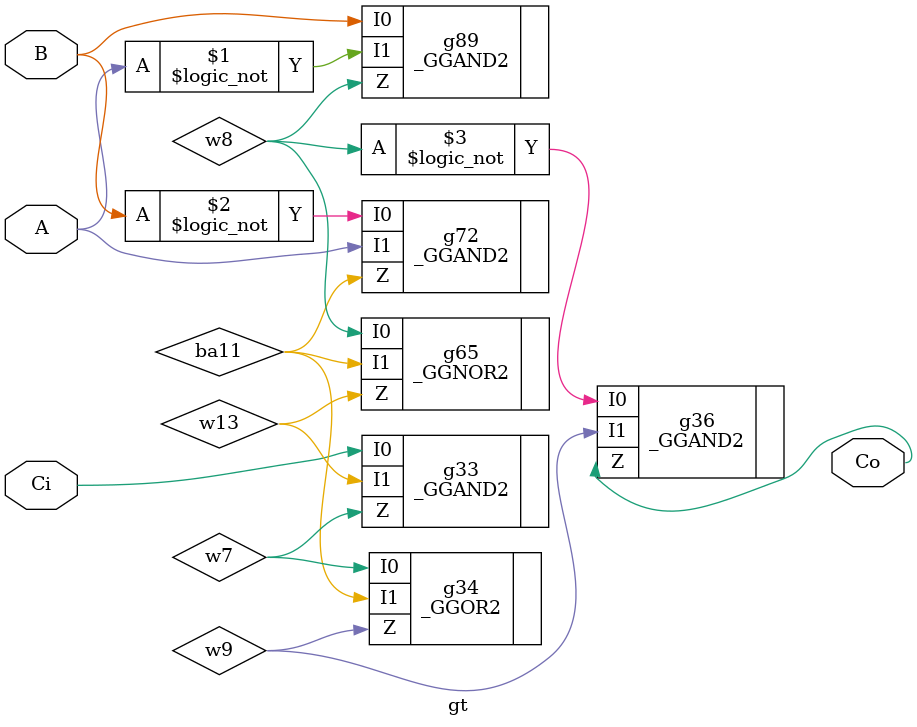
<source format=v>

`timescale 1ns/1ns

module main;    //: root_module
reg [3:0] w14;    //: /sn:0 {0}(#:354,-10)(354,18){1}
//: {2}(#:356,20)(422,20)(422,-5){3}
//: {4}(#:352,20)(295,20)(295,-12){5}
//: {6}(354,22)(354,142)(#:349,142)(349,152){7}
//: {8}(351,154)(528,154){9}
//: {10}(#:532,154)(729,154){11}
//: {12}(#:733,154)(931,154)(931,226){13}
//: {14}(731,156)(731,226){15}
//: {16}(#:530,156)(530,226){17}
//: {18}(347,154)(330,154)(#:330,226){19}
reg [3:0] w3;    //: /sn:0 {0}(#:546,-18)(546,10){1}
//: {2}(#:548,12)(614,12)(614,-13){3}
//: {4}(#:544,12)(487,12)(487,-20){5}
//: {6}(546,14)(546,52)(485,52)(485,170){7}
//: {8}(487,172)(560,172){9}
//: {10}(#:564,172)(761,172){11}
//: {12}(#:765,172)(963,172)(963,226){13}
//: {14}(763,174)(763,226){15}
//: {16}(#:562,174)(562,226){17}
//: {18}(483,172)(362,172)(#:362,226){19}
reg [4:0] w28;    //: /sn:0 {0}(#:236,127)(236,170){1}
//: {2}(238,172)(294,172)(294,182)(378,182)(378,189)(390,189){3}
//: {4}(392,187)(392,185)(#:590,185){5}
//: {6}(594,185)(#:791,185){7}
//: {8}(795,185)(#:993,185)(993,226){9}
//: {10}(793,187)(#:793,226){11}
//: {12}(592,187)(592,226){13}
//: {14}(392,191)(392,226){15}
//: {16}(#:234,172)(180,172)(180,123){17}
reg w1;    //: /sn:0 {0}(244,197)(293,197)(293,200)(297,200){1}
//: {2}(299,198)(299,196)(497,196){3}
//: {4}(501,196)(698,196){5}
//: {6}(702,196)(900,196)(900,226){7}
//: {8}(700,198)(700,226){9}
//: {10}(499,198)(499,226){11}
//: {12}(299,202)(299,226){13}
reg [3:0] w12;    //: /sn:0 {0}(#:938,38)(938,56)(1005,56){1}
//: {2}(#:1009,56)(1092,56)(1092,45){3}
//: {4}(1007,54)(#:1007,39){5}
//: {6}(1007,58)(#:1007,73){7}
reg w13;    //: /sn:0 {0}(251,290)(263,290)(263,289)(277,289){1}
reg w5;    //: /sn:0 {0}(1078,252)(1047,252){1}
wire w6;    //: /sn:0 {0}(477,252)(446,252){1}
wire w32;    //: /sn:0 {0}(908,333)(908,318){1}
wire w7;    //: /sn:0 {0}(277,252)(189,252)(189,234){1}
wire w16;    //: /sn:0 {0}(1002,79)(1002,128)(621,128)(621,226){1}
wire [3:0] w19;    //: /sn:0 {0}(#:884,413)(884,431)(949,431){1}
//: {2}(#:953,431)(1038,431)(1038,420){3}
//: {4}(#:951,429)(#:951,400){5}
wire w4;    //: /sn:0 {0}(992,79)(992,116)(421,116)(421,226){1}
wire w34;    //: /sn:0 {0}(1012,79)(1012,143)(822,143)(822,226){1}
wire w21;    //: /sn:0 {0}(946,394)(946,364)(565,364)(565,318){1}
wire w43;    //: /sn:0 {0}(708,333)(708,318){1}
wire w31;    //: /sn:0 {0}(966,394)(966,318){1}
wire w20;    //: /sn:0 {0}(507,333)(507,318){1}
wire w23;    //: /sn:0 {0}(678,289)(646,289){1}
wire w8;    //: /sn:0 {0}(235,326)(235,347)(307,347)(307,318){1}
wire w18;    //: /sn:0 {0}(678,252)(646,252){1}
wire w17;    //: /sn:0 {0}(1022,79)(1022,226){1}
wire w11;    //: /sn:0 {0}(477,289)(446,289){1}
wire w27;    //: /sn:0 {0}(847,252)(878,252){1}
wire w33;    //: /sn:0 {0}(1135,263)(1135,289)(1047,289){1}
wire w29;    //: /sn:0 {0}(878,289)(847,289){1}
wire w9;    //: /sn:0 {0}(936,394)(936,378)(365,378)(365,318){1}
wire w42;    //: /sn:0 {0}(956,394)(956,352)(766,352)(766,318){1}
//: enddecls

  //: joint g8 (w3) @(562, 172) /w:[ 10 -1 9 16 ]
  ralu g4 (.E(w1), .SRC(w14), .DST(w3), .ALU(w28), .BUSi(w34), .Di(w23), .Ci(w27), .Co(w18), .O(w43), .BUSo(w42), .Do(w29));   //: @(679, 227) /sz:(167, 90) /sn:0 /p:[ Ti0>9 Ti1>15 Ti2>15 Ti3>11 Ti4>1 Li0>0 Ri0>0 Lo0<0 Bo0<1 Bo1<1 Ro0<1 ]
  //: LED g37 (w3) @(614,-20) /sn:0 /w:[ 3 ] /type:3
  //: joint g34 (w14) @(349, 154) /w:[ 8 7 18 -1 ]
  assign {w4, w16, w34, w17} = w12; //: CONCAT g13  @(1007,74) /sn:0 /R:1 /w:[ 0 0 0 0 7 ] /dr:0 /tp:0 /drp:0
  ralu g3 (.E(w1), .SRC(w14), .DST(w3), .ALU(w28), .BUSi(w17), .Di(w29), .Ci(w5), .Co(w27), .O(w32), .BUSo(w31), .Do(w33));   //: @(879, 227) /sz:(167, 90) /sn:0 /p:[ Ti0>7 Ti1>13 Ti2>13 Ti3>9 Ti4>1 Li0>0 Ri0>1 Lo0<1 Bo0<1 Bo1<1 Ro0<1 ]
  //: joint g2 (w1) @(700, 196) /w:[ 6 -1 5 8 ]
  ralu g1 (.E(w1), .SRC(w14), .DST(w3), .ALU(w28), .BUSi(w16), .Di(w11), .Ci(w18), .Co(w6), .O(w20), .BUSo(w21), .Do(w23));   //: @(478, 227) /sz:(167, 90) /sn:0 /p:[ Ti0>11 Ti1>17 Ti2>17 Ti3>13 Ti4>1 Li0>0 Ri0>1 Lo0<0 Bo0<1 Bo1<1 Ro0<1 ]
  //: SWITCH g16 (w5) @(1096,252) /sn:0 /R:2 /w:[ 0 ] /st:0 /dn:0
  //: joint g11 (w14) @(731, 154) /w:[ 12 -1 11 14 ]
  //: joint g28 (w28) @(236, 172) /w:[ 2 1 16 -1 ]
  //: joint g10 (w14) @(530, 154) /w:[ 10 -1 9 16 ]
  //: LED g32 (w14) @(422,-12) /sn:0 /w:[ 3 ] /type:3
  //: LED g27 (w28) @(180,116) /sn:0 /w:[ 17 ] /type:1
  assign w19 = {w9, w21, w42, w31}; //: CONCAT g19  @(951,399) /sn:0 /R:3 /w:[ 5 0 0 0 0 ] /dr:1 /tp:0 /drp:1
  //: joint g38 (w3) @(546, 12) /w:[ 2 1 4 6 ]
  //: joint g6 (w28) @(793, 185) /w:[ 8 -1 7 10 ]
  //: joint g9 (w3) @(763, 172) /w:[ 12 -1 11 14 ]
  //: joint g7 (w28) @(592, 185) /w:[ 6 -1 5 12 ]
  //: DIP g31 (w14) @(354,-20) /sn:0 /w:[ 0 ] /st:3 /dn:0
  //: LED g20 (w19) @(884,406) /sn:0 /w:[ 0 ] /type:1
  //: LED g15 (w7) @(189,227) /sn:0 /w:[ 1 ] /type:0
  //: joint g39 (w3) @(485, 172) /w:[ 8 7 18 -1 ]
  //: joint g29 (w28) @(392, 189) /w:[ -1 4 3 14 ]
  //: joint g25 (w12) @(1007, 56) /w:[ 2 4 1 6 ]
  //: LED g17 (w33) @(1135,256) /sn:0 /w:[ 0 ] /type:0
  //: SWITCH g14 (w13) @(234,290) /sn:0 /w:[ 0 ] /st:0 /dn:0
  //: joint g5 (w1) @(499, 196) /w:[ 4 -1 3 10 ]
  //: DIP g36 (w3) @(546,-28) /sn:0 /w:[ 0 ] /st:1 /dn:0
  //: LED g24 (w12) @(1092,38) /sn:0 /w:[ 3 ] /type:3
  //: LED g21 (w19) @(1038,413) /sn:0 /w:[ 3 ] /type:3
  //: joint g41 (w1) @(299, 200) /w:[ -1 2 1 12 ]
  //: LED g23 (w12) @(938,31) /sn:0 /w:[ 0 ] /type:1
  //: SWITCH g40 (w1) @(227,197) /sn:0 /w:[ 0 ] /st:0 /dn:0
  //: LED g35 (w3) @(487,-27) /sn:0 /w:[ 5 ] /type:1
  //: DIP g26 (w28) @(236,117) /sn:0 /w:[ 0 ] /st:15 /dn:0
  //: joint g22 (w19) @(951, 431) /w:[ 2 4 1 -1 ]
  ralu g0 (.E(w1), .SRC(w14), .DST(w3), .ALU(w28), .BUSi(w4), .Di(w13), .Ci(w6), .Co(w7), .O(w8), .BUSo(w9), .Do(w11));   //: @(278, 227) /sz:(167, 90) /sn:0 /p:[ Ti0>13 Ti1>19 Ti2>19 Ti3>15 Ti4>1 Li0>1 Ri0>1 Lo0<0 Bo0<1 Bo1<1 Ro0<1 ]
  //: LED g18 (w8) @(235,319) /sn:0 /w:[ 0 ] /type:0
  //: DIP g12 (w12) @(1007,29) /sn:0 /w:[ 5 ] /st:0 /dn:0
  //: joint g33 (w14) @(354, 20) /w:[ 2 1 4 6 ]
  //: LED g30 (w14) @(295,-19) /sn:0 /w:[ 5 ] /type:1

endmodule
//: /netlistEnd

//: /netlistBegin z
module z(A, B, f, Ci, Co);
//: interface  /sz:(64, 53) /bd:[ Ti0>A(32/64) Ti1>B(52/64) Ti2>f(11/64) Ri0>Ci(22/53) Lo0<Co(23/53) ] /pd: 0 /pi: 0 /pe: 0 /pp: 1
input B;    //: /sn:0 {0}(483,232)(483,260){1}
input A;    //: /sn:0 {0}(463,260)(463,232){1}
input f;    //: /sn:0 {0}(411,232)(411,276)(450,276){1}
output Co;    //: /sn:0 {0}(432,329)(344,329){1}
input Ci;    //: /sn:0 {0}(589,332)(453,332){1}
wire Aeee;    //: /sn:0 {0}(473,289)(473,327)(453,327){1}
//: enddecls

  //: comment g8 @(485,246) /sn:0
  //: /line:"1"
  //: /end
  //: IN g4 (A) @(463,230) /sn:0 /R:3 /w:[ 1 ]
  //: IN g3 (B) @(483,230) /sn:0 /R:3 /w:[ 0 ]
  _GGMUX2 #(8, 8) g2 (.I0(A), .I1(B), .S(f), .Z(Aeee));   //: @(473,276) /sn:0 /w:[ 0 1 1 0 ] /ss:0 /do:0
  //: comment g1 @(382,293) /sn:0
  //: /line:"zero"
  //: /end
  //: comment g9 @(453,246) /sn:0
  //: /line:"0"
  //: /end
  //: comment g7 @(460,274) /sn:0
  //: /line:"mux                            "
  //: /end
  //: IN g5 (f) @(411,230) /sn:0 /R:3 /w:[ 0 ]
  //: IN g93 (Ci) @(591,332) /sn:0 /R:2 /w:[ 0 ]
  //: OUT g116 (Co) @(347,329) /sn:0 /R:2 /w:[ 1 ]
  _GGAND2 #(6) g0 (.I0(Ci), .I1(!Aeee), .Z(Co));   //: @(442,329) /sn:0 /R:2 /w:[ 1 1 0 ]

endmodule
//: /netlistEnd

//: /netlistBegin ralu
module ralu(BUSo, Ci, ALU, DST, Do, O, Co, SRC, BUSi, E, Di);
//: interface  /sz:(167, 90) /bd:[ Ti0>E(21/167) Ti1>SRC[3:0](52/167) Ti2>DST[3:0](84/167) Ti3>ALU[4:0](114/167) Ti4>BUSi(143/167) Li0>Di(62/90) Ri0>Ci(25/90) Lo0<Co(25/90) Bo0<O(29/167) Bo1<BUSo(87/167) Ro0<Do(62/90) ] /pd: 0 /pi: 0 /pe: 1 /pp: 1
input [3:0] DST;    //: /sn:0 {0}(#:260,131)(292,131){1}
//: {2}(293,131)(311,131){3}
//: {4}(312,131)(319,131){5}
output Do;    //: /sn:0 {0}(566,381)(586,381){1}
input [3:0] SRC;    //: /sn:0 {0}(#:382,563)(357,563){1}
//: {2}(356,563)(335,563){3}
//: {4}(334,563)(#:260,563){5}
input [4:0] ALU;    //: /sn:0 {0}(#:260,313)(496,313)(#:496,325){1}
input BUSi;    //: /sn:0 {0}(575,560)(465,560)(465,572){1}
output Co;    //: /sn:0 {0}(465,347)(477,347)(477,347)(486,347){1}
input Di;    //: /sn:0 {0}(470,379)(476,379)(476,379)(486,379){1}
output O;    //: /sn:0 {0}(500,408)(500,436){1}
input Ci;    //: /sn:0 {0}(579,348)(566,348){1}
input E;    //: /sn:0 {0}(334,155)(304,155)(304,197)(260,197){1}
output BUSo;    //: /sn:0 {0}(455,601)(455,615){1}
//: {2}(457,617)(538,617){3}
//: {4}(453,617)(396,617)(396,172)(473,172){5}
//: {6}(477,172)(541,172){7}
//: {8}(545,172)(647,172){9}
//: {10}(651,172)(717,172){11}
//: {12}(721,172)(784,172){13}
//: {14}(788,172)(854,172){15}
//: {16}(858,172)(923,172)(923,190){17}
//: {18}(856,174)(856,190){19}
//: {20}(786,174)(786,190){21}
//: {22}(719,174)(719,190){23}
//: {24}(649,174)(649,190){25}
//: {26}(543,174)(543,190){27}
//: {28}(475,174)(475,190){29}
wire w6;    //: /sn:0 {0}(355,153)(387,153)(387,137){1}
wire w32;    //: /sn:0 {0}(403,99)(811,99)(811,205)(832,205){1}
wire w7;    //: /sn:0 {0}(435,526)(435,473)(527,473)(527,408){1}
wire w14;    //: /sn:0 {0}(625,205)(592,205)(592,119)(403,119){1}
wire w16;    //: /sn:0 {0}(658,232)(658,478)(441,478)(441,526){1}
wire w15;    //: /sn:0 {0}(705,247)(705,232){1}
wire w4;    //: /sn:0 {0}(403,132)(498,132)(498,205)(519,205){1}
wire w19;    //: /sn:0 {0}(865,232)(865,508)(461,508)(461,526){1}
wire [2:0] w3;    //: /sn:0 {0}(#:335,558)(335,542)(422,542){1}
wire w0;    //: /sn:0 {0}(484,232)(484,275){1}
//: {2}(486,277)(524,277)(524,325){3}
//: {4}(482,277)(421,277)(421,526){5}
wire w36;    //: /sn:0 {0}(909,237)(909,232){1}
wire w23;    //: /sn:0 {0}(635,237)(635,232){1}
wire w1;    //: /sn:0 {0}(552,325)(552,304){1}
//: {2}(552,300)(552,232){3}
//: {4}(550,302)(428,302)(428,526){5}
wire w25;    //: /sn:0 {0}(695,205)(674,205)(674,112)(403,112){1}
wire w35;    //: /sn:0 {0}(842,247)(842,232){1}
wire w18;    //: /sn:0 {0}(795,232)(795,500)(455,500)(455,526){1}
wire w30;    //: /sn:0 {0}(772,237)(772,232){1}
wire w22;    //: /sn:0 {0}(575,254)(575,126)(403,126){1}
wire w17;    //: /sn:0 {0}(728,232)(728,489)(448,489)(448,526){1}
wire w44;    //: /sn:0 {0}(445,572)(445,555){1}
wire w2;    //: /sn:0 {0}(293,135)(293,150)(334,150){1}
wire w12;    //: /sn:0 {0}(529,238)(529,232){1}
wire w11;    //: /sn:0 {0}(461,235)(461,232){1}
wire w13;    //: /sn:0 {0}(357,567)(357,588)(432,588){1}
wire w27;    //: /sn:0 {0}(762,205)(743,205)(743,105)(403,105){1}
wire [2:0] w5;    //: /sn:0 {0}(#:312,126)(312,115)(374,115){1}
wire w29;    //: /sn:0 {0}(899,205)(879,205)(879,92)(403,92){1}
wire w42;    //: /sn:0 {0}(932,232)(932,518)(468,518)(468,526){1}
wire w9;    //: /sn:0 {0}(451,205)(424,205)(424,139)(403,139){1}
//: enddecls

  assign w5 = DST[2:0]; //: TAP g8 @(312,129) /sn:0 /R:1 /w:[ 0 3 4 ] /ss:0
  //: OUT g61 (BUSo) @(535,617) /sn:0 /w:[ 3 ]
  //: comment g4 @(543,-326) /sn:0
  //: /line:"VANNO GESTITI FUORI QUESTI REGISTRI:"
  //: /line:"MAR: memory address register, registro dove si vuole accedere in memoria"
  //: /line:"MDR: memory data register: informazione da scrivere o posto in cui leggere la memoria"
  //: /line:""
  //: /line:"SP: stack pointer"
  //: /line:"PC: program counter"
  //: /line:""
  //: /line:"IR: instruction register: dove viene depositata l'istruzione da eseguire"
  //: /line:""
  //: /line:"SR: statu register (flags)"
  //: /line:""
  //: /line:"I/ODR: I/O Data register: come MAR ma per il bus di I/O"
  //: /line:"I/OAR: I/O Address register: come MDR ma per il bus di I/O"
  //: /line:""
  //: /line:""
  //: /line:"totale: 8 registri esterni."
  //: /end
  //: comment g3 @(531,455) /sn:0
  //: /line:"rY"
  //: /end
  //: comment g37 @(883,191) /sn:0
  //: /line:"r4"
  //: /end
  //: comment g34 @(749,190) /sn:0
  //: /line:"r2"
  //: /end
  //: IN g13 (Ci) @(581,348) /sn:0 /R:2 /w:[ 0 ]
  //: comment g76 @(411,510) /sn:0
  //: /line:"0"
  //: /end
  //: joint g2 (w1) @(552, 302) /w:[ -1 2 4 1 ]
  //: IN g65 (ALU) @(258,313) /sn:0 /w:[ 0 ]
  d g1 (.D(BUSo), .E(w9), .Q(w0), ._Q(w11));   //: @(452, 191) /sz:(40, 40) /R:3 /sn:0 /p:[ Ti0>29 Li0>0 Bo0<0 Bo1<1 ]
  //: IN g64 (DST) @(258,131) /sn:0 /w:[ 0 ]
  //: comment g16 @(430,191) /sn:0
  //: /line:"rA"
  //: /end
  //: OUT g11 (Do) @(583,381) /sn:0 /w:[ 1 ]
  //: joint g28 (BUSo) @(719, 172) /w:[ 12 -1 11 22 ]
  //: OUT g10 (O) @(500,433) /sn:0 /R:3 /w:[ 1 ]
  //: joint g19 (w0) @(484, 277) /w:[ 2 1 4 -1 ]
  //: comment g32 @(680,191) /sn:0
  //: /line:"r1"
  //: /end
  d g27 (.D(BUSo), .E(w27), .Q(w18), ._Q(w30));   //: @(763, 191) /sz:(40, 40) /R:3 /sn:0 /p:[ Ti0>21 Li0>0 Bo0<0 Bo1<1 ]
  assign w2 = DST[3]; //: TAP g6 @(293,129) /sn:0 /R:1 /w:[ 0 1 2 ] /ss:1
  //: comment g38 @(580,239) /sn:0
  //: /line:"rY"
  //: /end
  //: comment g75 @(432,538) /sn:0
  //: /line:"mux                            "
  //: /end
  _GGDECODER8 #(6, 6) g7 (.I(w5), .E(w6), .Z0(w9), .Z1(w4), .Z2(w22), .Z3(w14), .Z4(w25), .Z5(w27), .Z6(w32), .Z7(w29));   //: @(387,115) /sn:0 /R:1 /w:[ 1 1 1 0 1 1 1 1 0 1 ] /ss:0 /do:0
  //: OUT g9 (Co) @(468,347) /sn:0 /R:2 /w:[ 0 ]
  d g31 (.D(BUSo), .E(w29), .Q(w42), ._Q(w36));   //: @(900, 191) /sz:(40, 40) /R:3 /sn:0 /p:[ Ti0>17 Li0>0 Bo0<0 Bo1<1 ]
  d g20 (.D(BUSo), .E(w14), .Q(w16), ._Q(w23));   //: @(626, 191) /sz:(40, 40) /R:3 /sn:0 /p:[ Ti0>25 Li0>0 Bo0<0 Bo1<1 ]
  //: joint g15 (BUSo) @(475, 172) /w:[ 6 -1 5 28 ]
  assign w13 = SRC[3]; //: TAP g39 @(357,561) /sn:0 /R:1 /w:[ 0 2 1 ] /ss:1
  //: comment g43 @(403,79) /sn:0
  //: /line:"7"
  //: /end
  d g29 (.D(BUSo), .E(w32), .Q(w19), ._Q(w35));   //: @(833, 191) /sz:(40, 40) /R:3 /sn:0 /p:[ Ti0>19 Li0>1 Bo0<0 Bo1<1 ]
  //: joint g25 (BUSo) @(649, 172) /w:[ 10 -1 9 24 ]
  //: comment g17 @(502,191) /sn:0
  //: /line:"rB"
  //: /end
  //: comment g42 @(435,558) /sn:0
  //: /line:"0"
  //: /end
  //: IN g63 (SRC) @(258,563) /sn:0 /w:[ 5 ]
  //: comment g74 @(470,511) /sn:0
  //: /line:"7"
  //: /end
  _GGAND2 #(6) g5 (.I0(!w2), .I1(E), .Z(w6));   //: @(345,153) /sn:0 /w:[ 1 0 0 ]
  d g14 (.D(BUSo), .E(w4), .Q(w1), ._Q(w12));   //: @(520, 191) /sz:(40, 40) /R:3 /sn:0 /p:[ Ti0>27 Li0>1 Bo0<3 Bo1<1 ]
  //: comment g44 @(221,350) /sn:0
  //: /line:".      "
  //: /end
  //: comment g36 @(817,192) /sn:0
  //: /line:"r3"
  //: /end
  d g24 (.D(BUSo), .E(w25), .Q(w17), ._Q(w15));   //: @(696, 191) /sz:(40, 40) /R:3 /sn:0 /p:[ Ti0>23 Li0>0 Bo0<0 Bo1<1 ]
  //: joint g21 (BUSo) @(543, 172) /w:[ 8 -1 7 26 ]
  //: comment g41 @(402,138) /sn:0
  //: /line:"0"
  //: /end
  //: joint g23 (BUSo) @(455, 617) /w:[ 2 1 4 -1 ]
  //: comment g40 @(571,258) /sn:0
  //: /line:"non usato"
  //: /end
  //: IN g60 (BUSi) @(577,560) /sn:0 /R:2 /w:[ 0 ]
  //: comment g46 @(467,558) /sn:0
  //: /line:"1"
  //: /end
  _GGMUX2 #(8, 8) g22 (.I0(w44), .I1(BUSi), .S(w13), .Z(BUSo));   //: @(455,588) /sn:0 /w:[ 0 1 1 0 ] /ss:0 /do:0
  //: joint g26 (BUSo) @(786, 172) /w:[ 14 -1 13 20 ]
  alu g0 (.f(ALU), .B(w1), .A(w0), .Di(Di), .Ci(Ci), .Co(Co), .Y(w7), .O(O), .Do(Do));   //: @(487, 326) /sz:(78, 81) /sn:0 /p:[ Ti0>1 Ti1>0 Ti2>3 Li0>1 Ri0>1 Lo0<1 Bo0<1 Bo1<0 Ro0<0 ]
  assign w3 = SRC[2:0]; //: TAP g35 @(335,561) /sn:0 /R:1 /w:[ 0 4 3 ] /ss:0
  //: IN g66 (E) @(258,197) /sn:0 /w:[ 1 ]
  _GGMUX8 #(20, 20) g18 (.I0(w0), .I1(w1), .I2(w7), .I3(w16), .I4(w17), .I5(w18), .I6(w19), .I7(w42), .S(w3), .Z(w44));   //: @(445,542) /sn:0 /w:[ 5 5 0 1 1 1 1 1 1 1 ] /ss:0 /do:0
  //: IN g12 (Di) @(468,379) /sn:0 /w:[ 0 ]
  //: comment g30 @(605,188) /sn:0
  //: /line:"r0"
  //: /end
  //: joint g33 (BUSo) @(856, 172) /w:[ 16 -1 15 18 ]
  //: comment g49 @(442,586) /sn:0
  //: /line:"mux                            "
  //: /end

endmodule
//: /netlistEnd

//: /netlistBegin shr_non_compatibile
module shr_non_compatibile(lr, O, S, Cr, A, rout, lin, rin, Cl, lout, la);
//: interface  /sz:(40, 40) /bd:[ ] /pd: 0 /pi: 0 /pe: 0 /pp: 1
output rout;    //: /sn:0 {0}(429,463)(473,463)(473,463)(527,463){1}
input A;    //: /sn:0 {0}(413,463)(389,463)(389,516){1}
//: {2}(391,518)(425,518)(425,640){3}
//: {4}(387,518)(372,518){5}
//: {6}(370,516)(370,428){7}
//: {8}(372,426)(437,426)(437,349){9}
//: {10}(368,426)(325,426){11}
//: {12}(321,426)(294,426)(294,434){13}
//: {14}(323,428)(323,619){15}
//: {16}(321,621)(268,621)(268,649){17}
//: {18}(323,623)(323,637){19}
//: {20}(368,518)(348,518){21}
input la;    //: /sn:0 {0}(320,677)(320,666)(309,666)(309,413)(291,413){1}
//: {2}(289,411)(289,349){3}
//: {4}(289,415)(289,434){5}
input lr;    //: /sn:0 {0}(263,649)(263,605){1}
//: {2}(265,603)(420,603)(420,640){3}
//: {4}(263,601)(263,579){5}
//: {6}(265,577)(347,577){7}
//: {8}(261,577)(237,577)(237,411){9}
//: {10}(239,409)(284,409)(284,434){11}
//: {12}(237,407)(237,349){13}
input lin;    //: /sn:0 {0}(169,463)(284,463)(284,472){1}
input rin;    //: /sn:0 {0}(522,532)(380,532)(380,561){1}
output O;    //: /sn:0 {0}(322,725)(322,708)(322,708)(322,698){1}
output Cl;    //: /sn:0 {0}(265,670)(265,692)(229,692)(229,725){1}
output lout;    //: /sn:0 {0}(164,532)(245,532)(245,518)(332,518){1}
output S;    //: /sn:0 {0}(370,725)(370,677)(370,677)(370,628){1}
//: {2}(370,624)(370,590){3}
//: {4}(368,626)(328,626)(328,637){5}
output Cr;    //: /sn:0 {0}(423,661)(423,692)(423,692)(423,725){1}
wire w6;    //: /sn:0 {0}(289,472)(289,455){1}
wire w4;    //: /sn:0 {0}(286,493)(286,505)(360,505)(360,561){1}
wire w13;    //: /sn:0 {0}(325,677)(325,658){1}
//: enddecls

  //: comment g37 @(264,427) /sn:0
  //: /line:"[1]"
  //: /end
  //: comment g58 @(281,520) /sn:0
  //: /line:"[3]"
  //: /end
  //: IN g112 (lr) @(237,347) /sn:0 /R:3 /w:[ 13 ]
  //: comment g77 @(383,548) /sn:0
  //: /line:"0"
  //: /end
  //: OUT g110 (O) @(322,722) /sn:0 /R:3 /w:[ 0 ]
  //: OUT g111 (S) @(370,722) /sn:0 /R:3 /w:[ 0 ]
  _GGBUF #(4) g99 (.I(A), .Z(lout));   //: @(342,518) /sn:0 /R:2 /w:[ 21 1 ]
  //: joint g98 (A) @(370, 518) /w:[ 5 6 20 -1 ]
  _GGBUF #(4) g96 (.I(A), .Z(rout));   //: @(419,463) /sn:0 /w:[ 0 0 ]
  _GGAND2 #(6) g103 (.I0(A), .I1(!lr), .Z(Cl));   //: @(265,660) /sn:0 /R:3 /w:[ 17 0 0 ]
  _GGAND2 #(6) g121 (.I0(A), .I1(lr), .Z(Cr));   //: @(422,651) /sn:0 /R:3 /w:[ 3 3 0 ]
  //: joint g122 (lr) @(263, 603) /w:[ 2 4 -1 1 ]
  //: comment g27 @(530,510) /sn:0
  //: /line:"right in"
  //: /end
  //: comment g113 @(191,347) /sn:0
  //: /line:"0=left"
  //: /line:"1=right"
  //: /end
  _GGOR2 #(6) g102 (.I0(w6), .I1(lin), .Z(w4));   //: @(286,483) /sn:0 /R:3 /w:[ 0 1 0 ]
  //: comment g115 @(302,347) /sn:0
  //: /line:"0=logic shift"
  //: /line:"1=arithmetic shift"
  //: /end
  //: comment g9 @(135,438) /sn:0
  //: /line:"left in"
  //: /end
  //: comment g57 @(353,410) /sn:0
  //: /line:"[3]"
  //: /end
  _GGMUX2 #(8, 8) g75 (.I0(rin), .I1(w4), .S(lr), .Z(S));   //: @(370,577) /sn:0 /w:[ 1 1 7 3 ] /ss:0 /do:1
  //: joint g119 (lr) @(263, 577) /w:[ 6 -1 8 5 ]
  //: OUT g124 (Cr) @(422,722) /sn:0 /R:3 /w:[ 1 ]
  //: comment g67 @(439,448) /sn:0
  //: /line:"[4]"
  //: /end
  //: comment g43 @(178,722) /sn:0
  //: /line:"carry"
  //: /line:"lato"
  //: /line:"sinistro"
  //: /end
  //: joint g104 (lr) @(237, 409) /w:[ 10 12 -1 9 ]
  //: joint g106 (S) @(370, 626) /w:[ -1 2 4 1 ]
  //: joint g107 (A) @(323, 426) /w:[ 11 -1 12 14 ]
  _GGAND3 #(8) g100 (.I0(A), .I1(la), .I2(lr), .Z(w6));   //: @(289,445) /sn:0 /R:3 /w:[ 13 5 11 1 ]
  //: joint g109 (la) @(289, 413) /w:[ 1 2 -1 4 ]
  //: comment g44 @(268,719) /sn:0
  //: /line:"overflow"
  //: /end
  //: IN g94 (A) @(437,347) /sn:0 /R:3 /w:[ 9 ]
  //: OUT g95 (rout) @(524,463) /sn:0 /w:[ 1 ]
  //: joint g117 (A) @(323, 621) /w:[ -1 15 16 18 ]
  //: comment g85 @(350,549) /sn:0
  //: /line:"1"
  //: /end
  //: comment g24 @(126,509) /sn:0
  //: /line:"left out"
  //: /end
  //: comment g36 @(605,407) /sn:0
  //: /line:"[1] Controllo della rotazione aritmetica:"
  //: /line:" - lo scorrimento deve essere aritmetico;"
  //: /line:" - deve trattarsi di scorrimento a destra;"
  //: /line:" - il bit più significativo deve essere a uno."
  //: /line:"[2] Controllo dello straripamento:"
  //: /line:" - lo scorrimento deve essere aritmetico;"
  //: /line:" - il bit più significativo non deve essere cambiato."
  //: /line:"[3] Collegamento alla cifra più significativa o di segno."
  //: /line:"[4] Collegamento alla cifra meno significativa."
  //: /line:"[Cl] Riporto lato sinistro:"
  //: /line:" - lo scorrimento è verso sinistra;"
  //: /line:" - la cifra più significativa era 1."
  //: /line:"[Cr] Riporto lato destro:"
  //: /line:" - lo scorrimento è verso destra;"
  //: /line:" - la cifra meno significativa era 1."
  //: /line:""
  //: /line:""
  //: /end
  //: IN g92 (lin) @(167,463) /sn:0 /w:[ 0 ]
  _GGXOR2 #(8) g105 (.I0(S), .I1(A), .Z(w13));   //: @(325,648) /sn:0 /R:3 /w:[ 5 19 1 ]
  //: comment g125 @(439,722) /sn:0
  //: /line:"carry"
  //: /line:"lato"
  //: /line:"destro"
  //: /end
  //: comment g54 @(328,660) /sn:0
  //: /line:"[2]"
  //: /end
  //: IN g93 (rin) @(524,532) /sn:0 /R:2 /w:[ 0 ]
  //: joint g101 (A) @(370, 426) /w:[ 8 -1 10 7 ]
  //: OUT g116 (Cl) @(229,722) /sn:0 /R:3 /w:[ 1 ]
  //: joint g123 (A) @(389, 518) /w:[ 2 1 4 -1 ]
  //: comment g26 @(531,441) /sn:0
  //: /line:"right out"
  //: /end
  //: OUT g97 (lout) @(167,532) /sn:0 /R:2 /w:[ 0 ]
  //: IN g114 (la) @(289,347) /sn:0 /R:3 /w:[ 3 ]
  //: comment g120 @(374,410) /sn:0
  //: /line:"[4]"
  //: /end
  _GGAND2 #(6) g108 (.I0(w13), .I1(la), .Z(O));   //: @(322,688) /sn:0 /R:3 /w:[ 0 0 1 ]
  //: comment g118 @(272,624) /sn:0
  //: /line:"[3]"
  //: /end

endmodule
//: /netlistEnd

//: /netlistBegin ltgt
module ltgt(Ci, f, B, Co, A);
//: interface  /sz:(74, 71) /bd:[ Ti0>A(38/74) Ti1>B(63/74) Ti2>f(9/74) Ri0>Ci(31/71) Lo0<Co(33/71) ] /pd: 0 /pi: 0 /pe: 1 /pp: 1
input B;    //: /sn:0 {0}(496,97)(496,115)(496,115)(496,132){1}
//: {2}(494,134)(395,134)(395,174){3}
//: {4}(496,136)(496,172){5}
input A;    //: /sn:0 {0}(367,97)(367,119)(367,119)(367,141){1}
//: {2}(369,143)(469,143)(469,172){3}
//: {4}(367,145)(367,174){5}
input f;    //: /sn:0 {0}(314,97)(314,140)(314,140)(314,185){1}
output Co;    //: /sn:0 {0}(264,208)(301,208){1}
input Ci;    //: /sn:0 {0}(546,199)(527,199){1}
//: {2}(523,199)(511,199){3}
//: {4}(525,201)(525,254)(424,254)(424,199)(411,199){5}
wire w7;    //: /sn:0 {0}(330,218)(343,218)(343,239)(445,239)(445,200)(455,200){1}
wire w3;    //: /sn:0 {0}(330,198)(352,198){1}
//: enddecls

  //: joint g4 (Ci) @(525, 199) /w:[ 1 -1 2 4 ]
  //: joint g8 (B) @(496, 134) /w:[ -1 1 2 4 ]
  //: IN g3 (Ci) @(548,199) /sn:0 /R:2 /w:[ 0 ]
  _GGMUX2 #(8, 8) g2 (.I0(w3), .I1(w7), .S(f), .Z(Co));   //: @(314,208) /sn:0 /R:3 /w:[ 0 0 1 1 ] /ss:0 /do:0
  gt g1 (.A(A), .B(B), .Ci(Ci), .Co(w7));   //: @(456, 173) /sz:(54, 55) /sn:0 /p:[ Ti0>3 Ti1>5 Ri0>3 Lo0<1 ]
  //: IN g10 (f) @(314,95) /sn:0 /R:3 /w:[ 0 ]
  //: joint g6 (A) @(367, 143) /w:[ 2 1 -1 4 ]
  //: IN g7 (B) @(496,95) /sn:0 /R:3 /w:[ 0 ]
  //: OUT g9 (Co) @(267,208) /sn:0 /R:2 /w:[ 0 ]
  //: IN g5 (A) @(367,95) /sn:0 /R:3 /w:[ 0 ]
  lt g0 (.A(A), .B(B), .Ci(Ci), .Co(w3));   //: @(353, 175) /sz:(57, 53) /sn:0 /p:[ Ti0>5 Ti1>3 Ri0>5 Lo0<1 ]

endmodule
//: /netlistEnd

//: /netlistBegin shl
module shl(B, SHL, O, f, A, Co, Ci);
//: interface  /sz:(66, 54) /bd:[ Ti0>f(8/66) Ti1>A(31/66) Ti2>B(52/66) Ri0>Ci(24/54) Lo0<Co(24/54) Bo0<O(10/66) Bo1<SHL(33/66) ] /pd: 0 /pi: 0 /pe: 0 /pp: 1
input B;    //: /sn:0 {0}(484,284)(484,312){1}
input A;    //: /sn:0 {0}(464,312)(464,284){1}
input f;    //: /sn:0 {0}(412,284)(412,328)(451,328){1}
output Co;    //: /sn:0 {0}(474,378)(474,356){1}
//: {2}(474,352)(474,341){3}
//: {4}(472,354)(390,354){5}
output O;    //: /sn:0 {0}(476,399)(476,430){1}
input Ci;    //: /sn:0 {0}(521,377)(521,372){1}
//: {2}(521,368)(521,355)(598,355){3}
//: {4}(519,370)(479,370)(479,378){5}
output SHL;    //: /sn:0 {0}(521,393)(521,403)(521,403)(521,430){1}
//: enddecls

  //: comment g8 @(487,298) /sn:0
  //: /line:"1"
  //: /end
  //: joint g4 (Co) @(474, 354) /w:[ -1 2 4 1 ]
  //: IN g3 (B) @(484,282) /sn:0 /R:3 /w:[ 0 ]
  //: OUT g111 (SHL) @(521,427) /sn:0 /R:3 /w:[ 1 ]
  //: OUT g110 (O) @(476,427) /sn:0 /R:3 /w:[ 1 ]
  _GGMUX2 #(8, 8) g2 (.I0(A), .I1(B), .S(f), .Z(Co));   //: @(474,328) /sn:0 /w:[ 0 1 1 3 ] /ss:0 /do:0
  _GGBUF #(4) g1 (.I(Ci), .Z(SHL));   //: @(521,383) /sn:0 /R:3 /w:[ 0 0 ]
  //: comment g6 @(461,326) /sn:0
  //: /line:"mux     "
  //: /end
  //: comment g7 @(455,298) /sn:0
  //: /line:"0"
  //: /end
  //: IN g5 (f) @(412,282) /sn:0 /R:3 /w:[ 0 ]
  //: IN g94 (A) @(464,282) /sn:0 /R:3 /w:[ 1 ]
  _GGXOR2 #(8) g105 (.I0(Ci), .I1(Co), .Z(O));   //: @(476,389) /sn:0 /R:3 /w:[ 5 0 0 ]
  //: OUT g116 (Co) @(393,354) /sn:0 /R:2 /w:[ 5 ]
  //: IN g93 (Ci) @(600,355) /sn:0 /R:2 /w:[ 3 ]
  //: joint g0 (Ci) @(521, 370) /w:[ -1 2 4 1 ]

endmodule
//: /netlistEnd

//: /netlistBegin alu
module alu(Ci, B, f, Y, A, Di, O, Co, Do);
//: interface  /sz:(78, 81) /bd:[ Ti0>A(37/78) Ti1>B(65/78) Ti2>f[4:0](9/78) Li0>Di(53/81) Ri0>Ci(22/81) Lo0<Co(21/81) Bo0<O(13/78) Bo1<Y(40/78) Ro0<Do(55/81) ] /pd: 0 /pi: 0 /pe: 0 /pp: 1
input B;    //: /sn:0 {0}(1053,247)(1053,301){1}
//: {2}(1051,303)(949,303){3}
//: {4}(945,303)(811,303){5}
//: {6}(807,303)(668,303){7}
//: {8}(664,303)(568,303){9}
//: {10}(564,303)(381,303)(381,478){11}
//: {12}(566,305)(566,444){13}
//: {14}(666,305)(666,446){15}
//: {16}(809,305)(809,444){17}
//: {18}(947,305)(947,440){19}
//: {20}(1053,305)(1053,444){21}
input A;    //: /sn:0 {0}(365,247)(365,317){1}
//: {2}(367,319)(539,319){3}
//: {4}(543,319)(643,319){5}
//: {6}(647,319)(777,319){7}
//: {8}(781,319)(922,319){9}
//: {10}(926,319)(1033,319)(1033,444){11}
//: {12}(924,321)(924,440){13}
//: {14}(779,321)(779,444){15}
//: {16}(645,321)(645,446){17}
//: {18}(541,321)(541,444){19}
//: {20}(365,321)(365,478){21}
input [4:0] f;    //: /sn:0 {0}(#:155,353)(219,353)(219,353)(298,353){1}
//: {2}(299,353)(347,353){3}
//: {4}(348,353)(434,353){5}
//: {6}(435,353)(511,353){7}
//: {8}(512,353)(621,353){9}
//: {10}(622,353)(747,353){11}
//: {12}(748,353)(897,353){13}
//: {14}(898,353)(1011,353){15}
//: {16}(1012,353)(1108,353){17}
//: {18}(1109,353)(1122,353){19}
output Do;    //: /sn:0 {0}(837,491)(837,473)(821,473){1}
supply0 w21;    //: /sn:0 {0}(637,635)(637,616){1}
//: {2}(639,614)(642,614){3}
//: {4}(646,614)(655,614){5}
//: {6}(659,614)(664,614)(664,635){7}
//: {8}(657,616)(657,635){9}
//: {10}(644,616)(644,635){11}
//: {12}(635,614)(619,614){13}
//: {14}(615,614)(598,614)(598,620){15}
//: {16}(617,616)(617,635){17}
supply0 w36;    //: /sn:0 {0}(271,661)(271,658)(258,658){1}
supply0 w1;    //: /sn:0 {0}(496,633)(496,623){1}
//: {2}(498,621)(503,621)(503,633){3}
//: {4}(496,619)(496,531)(509,531)(509,533){5}
output Co;    //: /sn:0 {0}(150,668)(197,668)(197,668)(229,668){1}
output O;    //: /sn:0 {0}(631,812)(631,785)(631,785)(631,780){1}
input Di;    //: /sn:0 {0}(724,456)(724,474)(739,474){1}
supply0 w44;    //: /sn:0 {0}(742,663)(742,658)(757,658){1}
//: {2}(761,658)(797,658){3}
//: {4}(801,658)(806,658)(806,682){5}
//: {6}(799,660)(799,682){7}
//: {8}(759,660)(759,682){9}
supply0 w12;    //: /sn:0 {0}(592,746)(592,741)(621,741)(621,751){1}
input Ci;    //: /sn:0 {0}(1220,376)(1078,376){1}
//: {2}(1074,376)(971,376){3}
//: {4}(967,376)(699,376){5}
//: {6}(695,376)(587,376)(587,476)(578,476){7}
//: {8}(697,378)(697,471)(681,471){9}
//: {10}(969,378)(969,470)(959,470){11}
//: {12}(1076,378)(1076,467)(1066,467){13}
output Y;    //: /sn:0 {0}(376,759)(376,813){1}
wire w6;    //: /sn:0 {0}(258,678)(500,678)(500,662){1}
wire w7;    //: /sn:0 {0}(613,471)(602,471)(602,524)(483,524)(483,620){1}
//: {2}(485,622)(490,622)(490,633){3}
//: {4}(483,624)(483,633){5}
wire w45;    //: /sn:0 {0}(502,478)(476,478)(476,633){1}
wire w14;    //: /sn:0 {0}(512,357)(512,444){1}
wire w38;    //: /sn:0 {0}(748,357)(748,444){1}
wire w0;    //: /sn:0 {0}(898,357)(898,440){1}
wire w3;    //: /sn:0 {0}(1000,468)(990,468)(990,567)(516,567)(516,633){1}
wire w37;    //: /sn:0 {0}(624,502)(624,622){1}
//: {2}(626,624)(630,624)(630,635){3}
//: {4}(624,626)(624,635){5}
wire [2:0] w20;    //: /sn:0 {0}(#:435,357)(435,647){1}
//: {2}(437,649)(477,649){3}
//: {4}(435,651)(435,698)(593,698){5}
//: {6}(597,698)(760,698){7}
//: {8}(#:595,696)(595,651)(618,651){9}
wire w8;    //: /sn:0 {0}(783,711)(783,721)(386,721)(386,730){1}
wire w30;    //: /sn:0 {0}(366,730)(366,528){1}
wire w22;    //: /sn:0 {0}(1012,357)(1012,444){1}
wire w59;    //: /sn:0 {0}(886,471)(878,471)(878,554)(510,554)(510,633){1}
wire w11;    //: /sn:0 {0}(766,682)(766,675){1}
//: {2}(768,673)(772,673)(772,682){3}
//: {4}(766,671)(766,523)(650,523)(650,502){5}
wire w49;    //: /sn:0 {0}(641,664)(641,751){1}
wire w2;    //: /sn:0 {0}(792,682)(792,606)(924,606)(924,507){1}
wire w10;    //: /sn:0 {0}(1109,441)(1109,580)(523,580)(523,633){1}
wire [3:0] w27;    //: /sn:0 {0}(#:348,357)(348,478){1}
wire w13;    //: /sn:0 {0}(650,635)(650,591)(898,591)(898,507){1}
wire w33;    //: /sn:0 {0}(622,357)(622,446){1}
wire w5;    //: /sn:0 {0}(1109,357)(1109,425){1}
wire w42;    //: /sn:0 {0}(779,682)(779,674){1}
//: {2}(781,672)(786,672)(786,682){3}
//: {4}(779,670)(779,506){5}
wire w9;    //: /sn:0 {0}(299,357)(299,621){1}
//: {2}(297,623)(242,623)(242,645){3}
//: {4}(299,625)(299,744){5}
//: {6}(301,746)(353,746){7}
//: {8}(299,748)(299,767)(608,767){9}
//: enddecls

  shr g8 (.A(A), .B(B), .f(w38), .Di(Di), .SHR(w42), .Do(Do));   //: @(740, 445) /sz:(80, 60) /sn:0 /p:[ Ti0>15 Ti1>17 Ti2>1 Li0>1 Bo0<5 Ro0<1 ]
  assign w20 = f[2:0]; //: TAP g4 @(435,351) /sn:0 /R:1 /w:[ 0 5 6 ] /ss:1
  //: IN g61 (Ci) @(1222,376) /sn:0 /R:2 /w:[ 0 ]
  _GGMUX8 #(20, 20) g3 (.I0(w44), .I1(w11), .I2(w11), .I3(w42), .I4(w42), .I5(w2), .I6(w44), .I7(w44), .S(w20), .Z(w8));   //: @(783,698) /sn:0 /w:[ 9 0 3 0 3 0 7 5 7 0 ] /ss:0 /do:0
  _GGMUX8 #(20, 20) g13 (.I0(w21), .I1(w37), .I2(w37), .I3(w21), .I4(w21), .I5(w13), .I6(w21), .I7(w21), .S(w20), .Z(w49));   //: @(641,651) /sn:0 /w:[ 17 5 3 0 11 0 9 7 9 0 ] /ss:0 /do:0
  _GGMUX2 #(8, 8) g37 (.I0(w36), .I1(w6), .S(w9), .Z(Co));   //: @(242,668) /sn:0 /R:3 /w:[ 1 0 3 1 ] /ss:0 /do:0
  //: IN g51 (B) @(1053,245) /sn:0 /R:3 /w:[ 0 ]
  //: joint g55 (A) @(779, 319) /w:[ 8 -1 7 14 ]
  //: joint g58 (B) @(947, 303) /w:[ 3 -1 4 18 ]
  //: joint g34 (w37) @(624, 624) /w:[ 2 1 -1 4 ]
  //: comment g77 @(606,620) /sn:0
  //: /line:"0"
  //: /end
  //: comment g76 @(467,619) /sn:0
  //: /line:"0"
  //: /end
  //: IN g2 (f) @(153,353) /sn:0 /w:[ 0 ]
  //: joint g65 (w21) @(637, 614) /w:[ 2 -1 12 1 ]
  //: joint g59 (B) @(809, 303) /w:[ 5 -1 6 16 ]
  //: comment g72 @(232,661) /sn:0
  //: /line:"mux                            "
  //: /end
  _GGMUX2 #(8, 8) g1 (.I0(w30), .I1(w8), .S(w9), .Z(Y));   //: @(376,746) /sn:0 /w:[ 0 1 7 0 ] /ss:0 /do:0
  //: joint g64 (w11) @(766, 673) /w:[ 2 4 -1 1 ]
  //: OUT g11 (Y) @(376,810) /sn:0 /R:3 /w:[ 1 ]
  //: joint g16 (w20) @(435, 649) /w:[ 2 1 -1 4 ]
  //: comment g78 @(627,648) /sn:0
  //: /line:"mux                            "
  //: /end
  assign w9 = f[4]; //: TAP g10 @(299,351) /sn:0 /R:1 /w:[ 0 1 2 ] /ss:1
  //: IN g50 (A) @(365,245) /sn:0 /R:3 /w:[ 0 ]
  //: joint g28 (w7) @(483, 622) /w:[ 2 1 -1 4 ]
  //: GROUND g19 (w44) @(742,669) /sn:0 /w:[ 0 ]
  //: joint g27 (w21) @(617, 614) /w:[ 13 -1 14 16 ]
  assign w22 = f[3]; //: TAP g32 @(1012,351) /sn:0 /R:1 /w:[ 0 15 16 ] /ss:1
  logic g6 (.A(A), .B(B), .f(w27), .LOGIC(w30));   //: @(340, 479) /sz:(50, 48) /sn:0 /p:[ Ti0>21 Ti1>11 Ti2>1 Bo0<1 ]
  //: GROUND g38 (w36) @(271,667) /sn:0 /w:[ 0 ]
  //: comment g69 @(-92,222) /sn:0
  //: /line:"f:"
  //: /line:""
  //: /line:"logic"
  //: /line:"0____ Co = 0"
  //: /line:"0____ O  = 0"
  //: /line:"00000 Y  = 0"
  //: /line:"00001 Y  = NOR"
  //: /line:"00010 Y  = A'·B"
  //: /line:"00011 Y  = A'"
  //: /line:"00100 Y  = A·B'"
  //: /line:"00101 Y  = B'"
  //: /line:"00110 Y  = XOR"
  //: /line:"00111 Y  = NAND"
  //: /line:"01000 Y  = AND"
  //: /line:"01001 Y  = NXOR"
  //: /line:"01010 Y  = B"
  //: /line:"01011 Y  = A'+B"
  //: /line:"01100 Y  = A"
  //: /line:"01101 Y  = A+B'"
  //: /line:"01110 Y  = OR"
  //: /line:"01111 Y  = 1"
  //: /line:""
  //: /line:"ltgt"
  //: /line:"10000 Co = A lt B"
  //: /line:"11000 Co = A gt B"
  //: /line:"1_000 Y  = 0"
  //: /line:"1_000 O  = 0"
  //: /line:""
  //: /line:"shl"
  //: /line:"1_001 Y  = Ci"
  //: /line:"10001 Co = A"
  //: /line:"11001 Co = B"
  //: /line:"1_001 O  = 0"
  //: /line:""
  //: /line:"1_010 Y  = Ci"
  //: /line:"10010 Co = A"
  //: /line:"11010 Co = B"
  //: /line:"1_010 O  = 0"
  //: /line:""
  //: /line:"shr"
  //: /line:"1_011 Y   = Di"
  //: /line:"10011 Do = A"
  //: /line:"11011 Do = B"
  //: /line:"1_011 O   = 0"
  //: /line:""
  //: /line:"1_100 Y   = Di"
  //: /line:"10100 Do = A"
  //: /line:"11100 Do = B"
  //: /line:"1_100 O   = 0"
  //: /line:""
  //: /line:"as"
  //: /line:"10101 Y = A + B + Ci"
  //: /line:"11101 Y = A - B - Ci"
  //: /line:"1_101 Co = carry|borrow"
  //: /line:"1_101 O  O overflow|underflow"
  //: /line:""
  //: /line:"z"
  //: /line:"1_110 Y = 0"
  //: /line:"1_110 O = 0"
  //: /line:"10110 Co = A OR Ci"
  //: /line:"11110 Co = B OR Ci"
  //: /line:""
  //: /line:"1_111 Y = 0"
  //: /line:"1_111 O = 0"
  //: /line:"10111 Co = 0"
  //: /line:"11111 Co = 1"
  //: /line:""
  //: /line:""
  //: /end
  //: comment g75 @(488,647) /sn:0
  //: /line:"mux                            "
  //: /end
  shl g7 (.f(w33), .A(A), .B(B), .Ci(Ci), .Co(w7), .O(w37), .SHL(w11));   //: @(614, 447) /sz:(66, 54) /sn:0 /p:[ Ti0>1 Ti1>17 Ti2>15 Ri0>9 Lo0<0 Bo0<0 Bo1<5 ]
  assign w27 = f[3:0]; //: TAP g9 @(348,351) /sn:0 /R:1 /w:[ 0 3 4 ] /ss:1
  //: joint g53 (A) @(541, 319) /w:[ 4 -1 3 18 ]
  //: joint g57 (B) @(1053, 303) /w:[ -1 1 2 20 ]
  //: comment g71 @(258,677) /sn:0
  //: /line:"1"
  //: /end
  _GGMUX8 #(20, 20) g15 (.I0(w45), .I1(w7), .I2(w7), .I3(w1), .I4(w1), .I5(w59), .I6(w3), .I7(w10), .S(w20), .Z(w6));   //: @(500,649) /sn:0 /w:[ 1 5 3 0 3 1 1 1 3 1 ] /ss:0 /do:0
  assign w38 = f[3]; //: TAP g31 @(748,351) /sn:0 /R:1 /w:[ 0 11 12 ] /ss:1
  //: joint g20 (Ci) @(697, 376) /w:[ 5 -1 6 8 ]
  //: comment g68 @(618,766) /sn:0
  //: /line:"mux                            "
  //: /end
  //: comment g67 @(643,738) /sn:0
  //: /line:"1"
  //: /end
  //: joint g39 (w9) @(299, 623) /w:[ -1 1 2 4 ]
  //: joint g48 (w21) @(657, 614) /w:[ 6 -1 5 8 ]
  //: joint g43 (w42) @(779, 672) /w:[ 2 4 -1 1 ]
  //: comment g73 @(258,645) /sn:0
  //: /line:"0"
  //: /end
  assign w14 = f[3]; //: TAP g17 @(512,351) /sn:0 /R:1 /w:[ 0 7 8 ] /ss:1
  //: joint g25 (w9) @(299, 746) /w:[ 6 5 -1 8 ]
  //: IN g29 (Di) @(724,454) /sn:0 /R:3 /w:[ 0 ]
  //: joint g62 (Ci) @(1076, 376) /w:[ 1 -1 2 12 ]
  //: joint g42 (w21) @(644, 614) /w:[ 4 -1 3 10 ]
  //: joint g52 (A) @(365, 319) /w:[ 2 1 -1 20 ]
  //: joint g63 (B) @(566, 303) /w:[ 9 -1 10 12 ]
  //: comment g74 @(526,620) /sn:0
  //: /line:"7"
  //: /end
  z g5 (.A(A), .B(B), .f(w22), .Ci(Ci), .Co(w3));   //: @(1001, 445) /sz:(64, 53) /sn:0 /p:[ Ti0>11 Ti1>21 Ti2>1 Ri0>13 Lo0<0 ]
  ltgt g14 (.A(A), .B(B), .f(w14), .Ci(Ci), .Co(w45));   //: @(503, 445) /sz:(74, 71) /sn:0 /p:[ Ti0>19 Ti1>13 Ti2>1 Ri0>7 Lo0<0 ]
  //: joint g56 (A) @(924, 319) /w:[ 10 -1 9 12 ]
  //: comment g80 @(750,669) /sn:0
  //: /line:"0"
  //: /end
  //: comment g79 @(665,621) /sn:0
  //: /line:"7"
  //: /end
  //: joint g47 (w44) @(799, 658) /w:[ 4 -1 3 6 ]
  //: GROUND g44 (w1) @(509,539) /sn:0 /w:[ 5 ]
  //: joint g21 (w20) @(595, 698) /w:[ 6 8 5 -1 ]
  _GGMUX2 #(8, 8) g24 (.I0(w12), .I1(w49), .S(w9), .Z(O));   //: @(631,767) /sn:0 /w:[ 1 1 9 1 ] /ss:0 /do:0
  //: joint g36 (Ci) @(969, 376) /w:[ 3 -1 4 10 ]
  //: GROUND g23 (w12) @(592,752) /sn:0 /w:[ 0 ]
  assign w5 = f[3]; //: TAP g41 @(1109,351) /sn:0 /R:1 /w:[ 0 17 18 ] /ss:1
  //: comment g81 @(771,697) /sn:0
  //: /line:"mux                            "
  //: /end
  _GGBUF #(4) g40 (.I(w5), .Z(w10));   //: @(1109,431) /sn:0 /R:3 /w:[ 1 0 ]
  //: joint g54 (A) @(645, 319) /w:[ 6 -1 5 16 ]
  //: joint g60 (B) @(666, 303) /w:[ 7 -1 8 14 ]
  //: comment g70 @(611,738) /sn:0
  //: /line:"0"
  //: /end
  //: comment g46 @(389,716) /sn:0
  //: /line:"1"
  //: /end
  as g0 (.A(A), .B(B), .f(w0), .Ci(Ci), .Co(w59), .O(w13), .SUM(w2));   //: @(887, 441) /sz:(71, 65) /sn:0 /p:[ Ti0>13 Ti1>19 Ti2>1 Ri0>11 Lo0<0 Bo0<1 Bo1<1 ]
  //: OUT g22 (O) @(631,810) /sn:0 /R:3 /w:[ 0 ]
  //: GROUND g26 (w21) @(598,626) /sn:0 /w:[ 15 ]
  //: joint g35 (w44) @(759, 658) /w:[ 2 -1 1 8 ]
  //: joint g45 (w1) @(496, 621) /w:[ 2 4 -1 1 ]
  //: comment g82 @(809,670) /sn:0
  //: /line:"7"
  //: /end
  //: comment g66 @(357,716) /sn:0
  //: /line:"0"
  //: /end
  //: OUT g12 (Co) @(153,668) /sn:0 /R:2 /w:[ 0 ]
  assign w33 = f[3]; //: TAP g18 @(622,351) /sn:0 /R:1 /w:[ 0 9 10 ] /ss:1
  //: OUT g30 (Do) @(837,488) /sn:0 /R:3 /w:[ 0 ]
  assign w0 = f[3]; //: TAP g33 @(898,351) /sn:0 /R:1 /w:[ 0 13 14 ] /ss:1
  //: comment g49 @(364,744) /sn:0
  //: /line:"mux                            "
  //: /end

endmodule
//: /netlistEnd

//: /netlistBegin alu_test
module alu_test();
//: interface  /sz:(40, 40) /bd:[ ] /pd: 0 /pi: 0 /pe: 1 /pp: 1
reg w19;    //: /sn:0 {0}(391,287)(444,287){1}
reg [3:0] w3;    //: /sn:0 {0}(#:497,57)(497,85){1}
//: {2}(#:499,87)(565,87)(565,62){3}
//: {4}(#:495,87)(438,87)(438,55){5}
//: {6}(497,89)(#:497,119){7}
reg [4:0] w27;    //: /sn:0 {0}(#:329,150)(329,193){1}
//: {2}(331,195)(452,195){3}
//: {4}(456,195)(545,195){5}
//: {6}(549,195)(638,195){7}
//: {8}(642,195)(732,195)(#:732,233){9}
//: {10}(640,197)(640,233){11}
//: {12}(547,197)(547,233){13}
//: {14}(#:454,197)(454,233){15}
//: {16}(#:327,195)(273,195)(273,146){17}
reg w9;    //: /sn:0 {0}(830,256)(802,256){1}
reg [3:0] w26;    //: /sn:0 {0}(#:797,65)(797,92){1}
//: {2}(#:799,94)(870,94)(870,72){3}
//: {4}(#:795,94)(738,94)(738,64){5}
//: {6}(797,96)(#:797,133){7}
wire w6;    //: /sn:0 {0}(733,377)(733,362)(485,362)(485,316){1}
wire w7;    //: /sn:0 {0}(379,323)(379,331)(458,331)(458,316){1}
wire w14;    //: /sn:0 {0}(812,139)(812,194)(788,194)(788,233){1}
wire w16;    //: /sn:0 {0}(551,331)(551,316){1}
wire w4;    //: /sn:0 {0}(537,256)(524,256){1}
wire w15;    //: /sn:0 {0}(743,377)(743,352)(578,352)(578,316){1}
wire w21;    //: /sn:0 {0}(736,331)(736,316){1}
wire [3:0] w31;    //: /sn:0 {0}(#:694,406)(694,416)(746,416){1}
//: {2}(#:750,416)(804,416)(804,408){3}
//: {4}(#:748,414)(#:748,383){5}
wire w28;    //: /sn:0 {0}(644,331)(644,316){1}
wire w24;    //: /sn:0 {0}(502,125)(502,156)(668,156)(668,233){1}
wire w23;    //: /sn:0 {0}(911,270)(911,289)(802,289){1}
wire w20;    //: /sn:0 {0}(722,256)(710,256){1}
wire w1;    //: /sn:0 {0}(782,139)(782,170)(510,170)(510,233){1}
wire w25;    //: /sn:0 {0}(802,139)(802,185)(696,185)(696,233){1}
wire w18;    //: /sn:0 {0}(722,287)(710,287){1}
wire w8;    //: /sn:0 {0}(537,287)(524,287){1}
wire w22;    //: /sn:0 {0}(763,377)(763,316){1}
wire w17;    //: /sn:0 {0}(630,287)(617,287){1}
wire w12;    //: /sn:0 {0}(512,125)(512,151)(760,151)(760,233){1}
wire w2;    //: /sn:0 {0}(482,125)(482,233){1}
wire w11;    //: /sn:0 {0}(492,125)(492,165)(575,165)(575,233){1}
wire w10;    //: /sn:0 {0}(792,139)(792,177)(603,177)(603,233){1}
wire w13;    //: /sn:0 {0}(630,256)(617,256){1}
wire w5;    //: /sn:0 {0}(411,234)(411,255)(444,255){1}
wire w29;    //: /sn:0 {0}(753,377)(753,344)(671,344)(671,316){1}
//: enddecls

  //: SWITCH g8 (w9) @(848,256) /sn:0 /R:2 /w:[ 0 ] /st:0 /dn:0
  alu g4 (.A(w24), .B(w25), .f(w27), .Di(w17), .Ci(w20), .Co(w13), .O(w28), .Y(w29), .Do(w18));   //: @(631, 234) /sz:(78, 81) /sn:0 /p:[ Ti0>1 Ti1>1 Ti2>11 Li0>0 Ri0>1 Lo0<0 Bo0<1 Bo1<1 Ro0<1 ]
  //: LED g13 (w23) @(911,263) /sn:0 /w:[ 0 ] /type:0
  alu g3 (.A(w12), .B(w14), .f(w27), .Di(w18), .Ci(w9), .Co(w20), .O(w21), .Y(w22), .Do(w23));   //: @(723, 234) /sz:(78, 81) /sn:0 /p:[ Ti0>1 Ti1>1 Ti2>9 Li0>0 Ri0>1 Lo0<0 Bo0<1 Bo1<1 Ro0<1 ]
  //: joint g2 (w27) @(640, 195) /w:[ 8 -1 7 10 ]
  alu g1 (.A(w11), .B(w10), .f(w27), .Di(w8), .Ci(w13), .Co(w4), .O(w16), .Y(w15), .Do(w17));   //: @(538, 234) /sz:(78, 81) /sn:0 /p:[ Ti0>1 Ti1>1 Ti2>13 Li0>0 Ri0>1 Lo0<0 Bo0<1 Bo1<1 Ro0<1 ]
  //: LED g16 (w26) @(738,57) /sn:0 /w:[ 5 ] /type:1
  //: LED g11 (w7) @(379,316) /sn:0 /w:[ 0 ] /type:0
  //: joint g28 (w27) @(329, 195) /w:[ 2 1 16 -1 ]
  //: SWITCH g10 (w19) @(374,287) /sn:0 /w:[ 0 ] /st:0 /dn:0
  //: LED g27 (w27) @(273,139) /sn:0 /w:[ 17 ] /type:1
  //: joint g19 (w26) @(797, 94) /w:[ 2 1 4 6 ]
  assign {w1, w10, w25, w14} = w26; //: CONCAT g6  @(797,134) /sn:0 /R:1 /w:[ 0 0 0 0 7 ] /dr:0 /tp:0 /drp:0
  //: LED g9 (w5) @(411,227) /sn:0 /w:[ 0 ] /type:0
  assign {w2, w11, w24, w12} = w3; //: CONCAT g7  @(497,120) /sn:0 /R:1 /w:[ 0 0 0 0 7 ] /dr:0 /tp:0 /drp:0
  //: LED g20 (w31) @(694,399) /sn:0 /w:[ 0 ] /type:1
  //: DIP g15 (w26) @(797,55) /sn:0 /w:[ 0 ] /st:0 /dn:0
  //: DIP g25 (w27) @(329,140) /sn:0 /w:[ 0 ] /st:0 /dn:0
  //: LED g17 (w3) @(438,48) /sn:0 /w:[ 5 ] /type:1
  //: DIP g14 (w3) @(497,47) /sn:0 /w:[ 0 ] /st:0 /dn:0
  //: joint g5 (w27) @(547, 195) /w:[ 6 -1 5 12 ]
  //: joint g24 (w31) @(748, 416) /w:[ 2 4 1 -1 ]
  //: LED g21 (w3) @(565,55) /sn:0 /w:[ 3 ] /type:3
  //: LED g23 (w31) @(804,401) /sn:0 /w:[ 3 ] /type:3
  //: joint g26 (w27) @(454, 195) /w:[ 4 -1 3 14 ]
  //: LED g22 (w26) @(870,65) /sn:0 /w:[ 3 ] /type:3
  alu g0 (.A(w2), .B(w1), .f(w27), .Di(w19), .Ci(w4), .Co(w5), .O(w7), .Y(w6), .Do(w8));   //: @(445, 234) /sz:(78, 81) /sn:0 /p:[ Ti0>1 Ti1>1 Ti2>15 Li0>1 Ri0>1 Lo0<1 Bo0<1 Bo1<1 Ro0<1 ]
  //: joint g18 (w3) @(497, 87) /w:[ 2 1 4 6 ]
  assign w31 = {w6, w15, w29, w22}; //: CONCAT g12  @(748,382) /sn:0 /R:3 /w:[ 5 0 0 0 0 ] /dr:1 /tp:0 /drp:1

endmodule
//: /netlistEnd

//: /netlistBegin shr
module shr(B, Do, SHR, f, A, Di);
//: interface  /sz:(80, 60) /bd:[ Ti0>A(39/80) Ti1>B(69/80) Ti2>f(8/80) Li0>Di(29/60) Bo0<SHR(39/80) Ro0<Do(28/60) ] /pd: 0 /pi: 0 /pe: 0 /pp: 1
input B;    //: /sn:0 {0}(359,265)(359,293){1}
input A;    //: /sn:0 {0}(339,293)(339,265){1}
input f;    //: /sn:0 {0}(287,265)(287,309)(326,309){1}
output Do;    //: /sn:0 {0}(428,355)(392,355){1}
output SHR;    //: /sn:0 {0}(337,402)(337,358)(317,358){1}
input Di;    //: /sn:0 {0}(301,358)(267,358){1}
wire Axx;    //: /sn:0 {0}(349,322)(349,355)(376,355){1}
//: enddecls

  //: comment g8 @(361,280) /sn:0
  //: /line:"1"
  //: /end
  //: IN g4 (B) @(359,263) /sn:0 /R:3 /w:[ 0 ]
  //: OUT g3 (Do) @(425,355) /sn:0 /w:[ 0 ]
  //: OUT g111 (SHR) @(337,399) /sn:0 /R:3 /w:[ 0 ]
  _GGBUF #(4) g2 (.I(Axx), .Z(Do));   //: @(382,355) /sn:0 /w:[ 1 1 ]
  _GGBUF #(4) g1 (.I(Di), .Z(SHR));   //: @(307,358) /sn:0 /w:[ 0 1 ]
  //: IN g6 (f) @(287,263) /sn:0 /R:3 /w:[ 0 ]
  //: comment g9 @(329,280) /sn:0
  //: /line:"0"
  //: /end
  //: comment g7 @(336,308) /sn:0
  //: /line:"mux                            "
  //: /end
  _GGMUX2 #(8, 8) g5 (.I0(A), .I1(B), .S(f), .Z(Axx));   //: @(349,309) /sn:0 /w:[ 0 1 1 0 ] /ss:0 /do:0
  //: IN g94 (A) @(339,263) /sn:0 /R:3 /w:[ 1 ]
  //: IN g0 (Di) @(265,358) /sn:0 /w:[ 1 ]

endmodule
//: /netlistEnd

//: /netlistBegin ralu32
module ralu32(SRC, E, Di, BUSo, Co, O, BUSi, DST, Do, Ci, ALU);
//: interface  /sz:(151, 91) /bd:[ Ti0>E(14/151) Ti1>SRC[3:0](41/151) Ti2>DST[3:0](69/151) Ti3>ALU[4:0](98/151) Ti4>BUSi[31:0](129/151) Li0>Di(61/91) Ri0>Ci(27/91) Lo0<Co(25/91) Bo0<O(14/151) Bo1<BUSo[31:0](74/151) Ro0<Do(62/91) ] /pd: 0 /pi: 0 /pe: 1 /pp: 1
input [3:0] DST;    //: /sn:0 {0}(#:430,17)(430,175)(430,175)(430,187){1}
//: {2}(432,189)(#:562,189){3}
//: {4}(566,189)(#:696,189){5}
//: {6}(700,189)(#:830,189){7}
//: {8}(834,189)(#:964,189){9}
//: {10}(968,189)(#:1098,189){11}
//: {12}(1102,189)(#:1232,189){13}
//: {14}(1236,189)(#:1368,189)(1368,232){15}
//: {16}(1234,191)(#:1234,232){17}
//: {18}(1100,191)(1100,232){19}
//: {20}(966,191)(966,232){21}
//: {22}(832,191)(832,232){23}
//: {24}(698,191)(698,232){25}
//: {26}(564,191)(564,232){27}
//: {28}(430,191)(430,232){29}
output Do;    //: /sn:0 {0}(1485,287)(1443,287){1}
input [4:0] ALU;    //: /sn:0 {0}(#:456,17)(456,94)(456,94)(456,174){1}
//: {2}(458,176)(#:588,176){3}
//: {4}(592,176)(#:722,176){5}
//: {6}(726,176)(#:856,176){7}
//: {8}(860,176)(#:990,176){9}
//: {10}(994,176)(#:1124,176){11}
//: {12}(1128,176)(#:1258,176){13}
//: {14}(1262,176)(#:1394,176)(1394,232){15}
//: {16}(1260,178)(#:1260,232){17}
//: {18}(1126,178)(1126,232){19}
//: {20}(992,178)(992,232){21}
//: {22}(858,178)(858,232){23}
//: {24}(724,178)(724,232){25}
//: {26}(590,178)(590,232){27}
//: {28}(456,178)(456,232){29}
input [3:0] SRC;    //: /sn:0 {0}(#:405,17)(405,189)(405,189)(405,198){1}
//: {2}(407,200)(#:537,200){3}
//: {4}(541,200)(#:671,200){5}
//: {6}(675,200)(#:805,200){7}
//: {8}(809,200)(#:939,200){9}
//: {10}(943,200)(#:1073,200){11}
//: {12}(1077,200)(#:1207,200){13}
//: {14}(1211,200)(#:1343,200)(1343,232){15}
//: {16}(1209,202)(#:1209,232){17}
//: {18}(1075,202)(1075,232){19}
//: {20}(941,202)(941,232){21}
//: {22}(807,202)(807,232){23}
//: {24}(673,202)(673,232){25}
//: {26}(539,202)(539,232){27}
//: {28}(405,202)(405,232){29}
input [31:0] BUSi;    //: /sn:0 {0}(#:1387,-13)(#:1387,20){1}
output Co;    //: /sn:0 {0}(337,259)(375,259){1}
input Di;    //: /sn:0 {0}(345,287)(375,287){1}
output O;    //: /sn:0 {0}(397,364)(397,320){1}
input Ci;    //: /sn:0 {0}(1480,259)(1443,259){1}
input E;    //: /sn:0 {0}(386,17)(386,199)(386,199)(386,208){1}
//: {2}(388,210)(518,210){3}
//: {4}(522,210)(652,210){5}
//: {6}(656,210)(786,210){7}
//: {8}(790,210)(920,210){9}
//: {10}(924,210)(1054,210){11}
//: {12}(1058,210)(1188,210){13}
//: {14}(1192,210)(1324,210)(1324,232){15}
//: {16}(1190,212)(1190,232){17}
//: {18}(1056,212)(1056,232){19}
//: {20}(922,212)(922,232){21}
//: {22}(788,212)(788,232){23}
//: {24}(654,212)(654,232){25}
//: {26}(520,212)(520,232){27}
//: {28}(386,212)(386,232){29}
output [31:0] BUSo;    //: /sn:0 {0}(#:1347,514)(#:1347,476){1}
wire w6;    //: /sn:0 {0}(509,259)(505,259){1}
wire w45;    //: /sn:0 {0}(1179,259)(1175,259){1}
wire w46;    //: /sn:0 {0}(1201,335)(1201,320){1}
wire [3:0] w61;    //: /sn:0 {0}(#:1402,26)(1402,146)(1154,146)(1154,232){1}
wire [3:0] w56;    //: /sn:0 {0}(#:1382,470)(1382,320){1}
wire [3:0] w19;    //: /sn:0 {0}(#:1322,470)(1322,416)(578,416)(578,320){1}
wire w38;    //: /sn:0 {0}(665,335)(665,320){1}
wire w64;    //: /sn:0 {0}(1045,259)(1041,259){1}
wire [3:0] w66;    //: /sn:0 {0}(#:1362,470)(1362,369)(1114,369)(1114,320){1}
wire [3:0] w34;    //: /sn:0 {0}(#:1372,26)(1372,107)(752,107)(752,232){1}
wire w63;    //: /sn:0 {0}(1045,287)(1041,287){1}
wire w21;    //: /sn:0 {0}(643,287)(639,287){1}
wire w43;    //: /sn:0 {0}(1179,287)(1175,287){1}
wire [3:0] w75;    //: /sn:0 {0}(#:1352,470)(1352,379)(980,379)(980,320){1}
wire w28;    //: /sn:0 {0}(799,335)(799,320){1}
wire w20;    //: /sn:0 {0}(531,335)(531,320){1}
wire [3:0] w23;    //: /sn:0 {0}(#:1382,26)(1382,120)(886,120)(886,232){1}
wire [3:0] w41;    //: /sn:0 {0}(1412,26)(1412,160)(#:1288,160)(1288,232){1}
wire [3:0] w1;    //: /sn:0 {0}(#:1352,26)(1352,83)(484,83)(484,232){1}
wire w25;    //: /sn:0 {0}(777,287)(773,287){1}
wire w65;    //: /sn:0 {0}(1067,335)(1067,320){1}
wire w74;    //: /sn:0 {0}(933,335)(933,320){1}
wire [3:0] w8;    //: /sn:0 {0}(#:1312,470)(1312,427)(444,427)(444,320){1}
wire w30;    //: /sn:0 {0}(911,287)(907,287){1}
wire w17;    //: /sn:0 {0}(643,259)(639,259){1}
wire [3:0] w12;    //: /sn:0 {0}(#:1362,26)(1362,96)(618,96)(618,232){1}
wire w44;    //: /sn:0 {0}(1313,259)(1309,259){1}
wire [3:0] w70;    //: /sn:0 {0}(#:1392,26)(1392,133)(1020,133)(1020,232){1}
wire w10;    //: /sn:0 {0}(509,287)(505,287){1}
wire w27;    //: /sn:0 {0}(777,259)(773,259){1}
wire w48;    //: /sn:0 {0}(1313,287)(1309,287){1}
wire [3:0] w52;    //: /sn:0 {0}(#:1422,26)(1422,232){1}
wire [3:0] w29;    //: /sn:0 {0}(#:1342,470)(1342,392)(846,392)(846,320){1}
wire [3:0] w47;    //: /sn:0 {0}(#:1372,470)(1372,358)(1248,358)(1248,320){1}
wire w26;    //: /sn:0 {0}(911,259)(907,259){1}
wire [3:0] w39;    //: /sn:0 {0}(#:1332,470)(1332,402)(712,402)(712,320){1}
wire w55;    //: /sn:0 {0}(1335,335)(1335,320){1}
//: enddecls

  ralu4 g4 (.E(E), .SRC(SRC), .DST(DST), .ALU(ALU), .BUSi(w34), .Di(w21), .Ci(w27), .Co(w17), .O(w38), .BUSo(w39), .Do(w25));   //: @(644, 233) /sz:(128, 86) /sn:0 /p:[ Ti0>25 Ti1>25 Ti2>25 Ti3>25 Ti4>1 Li0>0 Ri0>1 Lo0<0 Bo0<1 Bo1<1 Ro0<1 ]
  ralu4 g8 (.E(E), .SRC(SRC), .DST(DST), .ALU(ALU), .BUSi(w70), .Di(w30), .Ci(w64), .Co(w26), .O(w74), .BUSo(w75), .Do(w63));   //: @(912, 233) /sz:(128, 86) /sn:0 /p:[ Ti0>21 Ti1>21 Ti2>21 Ti3>21 Ti4>1 Li0>0 Ri0>1 Lo0<0 Bo0<1 Bo1<1 Ro0<1 ]
  ralu4 g3 (.E(E), .SRC(SRC), .DST(DST), .ALU(ALU), .BUSi(w23), .Di(w25), .Ci(w26), .Co(w27), .O(w28), .BUSo(w29), .Do(w30));   //: @(778, 233) /sz:(128, 86) /sn:0 /p:[ Ti0>23 Ti1>23 Ti2>23 Ti3>23 Ti4>1 Li0>0 Ri0>1 Lo0<0 Bo0<1 Bo1<1 Ro0<1 ]
  //: joint g13 (E) @(1190, 210) /w:[ 14 -1 13 16 ]
  //: IN g34 (SRC) @(405,15) /sn:0 /R:3 /w:[ 0 ]
  //: joint g37 (DST) @(430, 189) /w:[ 2 1 -1 28 ]
  //: joint g2 (E) @(520, 210) /w:[ 4 -1 3 26 ]
  ralu4 g1 (.E(E), .SRC(SRC), .DST(DST), .ALU(ALU), .BUSi(w12), .Di(w10), .Ci(w17), .Co(w6), .O(w20), .BUSo(w19), .Do(w21));   //: @(510, 233) /sz:(128, 86) /sn:0 /p:[ Ti0>27 Ti1>27 Ti2>27 Ti3>27 Ti4>1 Li0>0 Ri0>1 Lo0<0 Bo0<1 Bo1<1 Ro0<1 ]
  //: joint g11 (E) @(922, 210) /w:[ 10 -1 9 20 ]
  //: joint g16 (SRC) @(941, 200) /w:[ 10 -1 9 20 ]
  //: joint g10 (E) @(788, 210) /w:[ 8 -1 7 22 ]
  //: joint g28 (DST) @(698, 189) /w:[ 6 -1 5 24 ]
  //: joint g19 (DST) @(1100, 189) /w:[ 12 -1 11 18 ]
  //: joint g27 (SRC) @(539, 200) /w:[ 4 -1 3 26 ]
  //: IN g32 (E) @(386,15) /sn:0 /R:3 /w:[ 0 ]
  ralu4 g6 (.E(E), .SRC(SRC), .DST(DST), .ALU(ALU), .BUSi(w52), .Di(w48), .Ci(Ci), .Co(w44), .O(w55), .BUSo(w56), .Do(Do));   //: @(1314, 233) /sz:(128, 86) /sn:0 /p:[ Ti0>15 Ti1>15 Ti2>15 Ti3>15 Ti4>1 Li0>0 Ri0>1 Lo0<0 Bo0<1 Bo1<1 Ro0<1 ]
  //: joint g38 (SRC) @(405, 200) /w:[ 2 1 -1 28 ]
  ralu4 g7 (.E(E), .SRC(SRC), .DST(DST), .ALU(ALU), .BUSi(w61), .Di(w63), .Ci(w45), .Co(w64), .O(w65), .BUSo(w66), .Do(w43));   //: @(1046, 233) /sz:(128, 86) /sn:0 /p:[ Ti0>19 Ti1>19 Ti2>19 Ti3>19 Ti4>1 Li0>0 Ri0>1 Lo0<0 Bo0<1 Bo1<1 Ro0<1 ]
  //: joint g9 (E) @(654, 210) /w:[ 6 -1 5 24 ]
  //: joint g15 (SRC) @(1075, 200) /w:[ 12 -1 11 18 ]
  //: joint g20 (DST) @(966, 189) /w:[ 10 -1 9 20 ]
  //: joint g31 (ALU) @(590, 176) /w:[ 4 -1 3 26 ]
  //: joint g39 (E) @(386, 210) /w:[ 2 1 -1 28 ]
  //: IN g43 (Di) @(343,287) /sn:0 /w:[ 0 ]
  //: OUT g48 (BUSo) @(1347,511) /sn:0 /R:3 /w:[ 0 ]
  //: joint g17 (SRC) @(807, 200) /w:[ 8 -1 7 22 ]
  //: joint g25 (ALU) @(858, 176) /w:[ 8 -1 7 22 ]
  //: joint g29 (DST) @(564, 189) /w:[ 4 -1 3 26 ]
  //: OUT g42 (Co) @(340,259) /sn:0 /R:2 /w:[ 0 ]
  ralu4 g5 (.E(E), .SRC(SRC), .DST(DST), .ALU(ALU), .BUSi(w41), .Di(w43), .Ci(w44), .Co(w45), .O(w46), .BUSo(w47), .Do(w48));   //: @(1180, 233) /sz:(128, 86) /sn:0 /p:[ Ti0>17 Ti1>17 Ti2>17 Ti3>17 Ti4>1 Li0>0 Ri0>1 Lo0<0 Bo0<1 Bo1<1 Ro0<1 ]
  //: joint g14 (SRC) @(1209, 200) /w:[ 14 -1 13 16 ]
  //: OUT g44 (O) @(397,361) /sn:0 /R:3 /w:[ 0 ]
  //: joint g21 (DST) @(832, 189) /w:[ 8 -1 7 22 ]
  //: joint g24 (ALU) @(992, 176) /w:[ 10 -1 9 20 ]
  //: joint g36 (ALU) @(456, 176) /w:[ 2 1 -1 28 ]
  //: joint g23 (ALU) @(1126, 176) /w:[ 12 -1 11 18 ]
  //: IN g41 (BUSi) @(1387,-15) /sn:0 /R:3 /w:[ 0 ]
  assign {w1, w12, w34, w23, w70, w61, w41, w52} = BUSi; //: CONCAT g40  @(1387,21) /sn:0 /R:1 /w:[ 0 0 0 0 0 0 0 0 1 ] /dr:0 /tp:0 /drp:0
  ralu4 g0 (.E(E), .SRC(SRC), .DST(DST), .ALU(ALU), .BUSi(w1), .Di(Di), .Ci(w6), .Co(Co), .O(O), .BUSo(w8), .Do(w10));   //: @(376, 233) /sz:(128, 86) /sn:0 /p:[ Ti0>29 Ti1>29 Ti2>29 Ti3>29 Ti4>1 Li0>1 Ri0>1 Lo0<1 Bo0<1 Bo1<1 Ro0<1 ]
  //: joint g22 (ALU) @(1260, 176) /w:[ 14 -1 13 16 ]
  //: joint g26 (SRC) @(673, 200) /w:[ 6 -1 5 24 ]
  //: IN g35 (DST) @(430,15) /sn:0 /R:3 /w:[ 0 ]
  //: OUT g45 (Do) @(1482,287) /sn:0 /w:[ 0 ]
  //: IN g46 (Ci) @(1482,259) /sn:0 /R:2 /w:[ 0 ]
  //: joint g12 (E) @(1056, 210) /w:[ 12 -1 11 18 ]
  //: joint g18 (DST) @(1234, 189) /w:[ 14 -1 13 16 ]
  //: joint g30 (ALU) @(724, 176) /w:[ 6 -1 5 24 ]
  //: IN g33 (ALU) @(456,15) /sn:0 /R:3 /w:[ 0 ]
  assign BUSo = {w8, w19, w39, w29, w75, w66, w47, w56}; //: CONCAT g49  @(1347,475) /sn:0 /R:3 /w:[ 1 0 0 0 0 0 0 0 0 ] /dr:1 /tp:0 /drp:1

endmodule
//: /netlistEnd

//: /netlistBegin ralu4
module ralu4(Co, E, BUSo, Do, Di, ALU, BUSi, SRC, DST, O, Ci);
//: interface  /sz:(128, 86) /bd:[ Ti0>E(10/128) Ti1>SRC[3:0](29/128) Ti2>DST[3:0](54/128) Ti3>ALU[4:0](80/128) Ti4>BUSi[3:0](108/128) Li0>Di(54/86) Ri0>Ci(26/86) Lo0<Co(26/86) Bo0<O(21/128) Bo1<BUSo[3:0](68/128) Ro0<Do(54/86) ] /pd: 0 /pi: 0 /pe: 1 /pp: 1
input [3:0] DST;    //: /sn:0 {0}(#:382,15)(382,154){1}
//: {2}(384,156)(558,156){3}
//: {4}(#:562,156)(738,156){5}
//: {6}(#:742,156)(919,156)(919,210){7}
//: {8}(740,158)(740,210){9}
//: {10}(#:560,158)(560,210){11}
//: {12}(382,158)(#:382,210){13}
output Do;    //: /sn:0 {0}(1033,273)(1003,273){1}
input [3:0] SRC;    //: /sn:0 {0}(#:350,15)(350,136){1}
//: {2}(352,138)(526,138){3}
//: {4}(#:530,138)(706,138){5}
//: {6}(#:710,138)(887,138)(887,210){7}
//: {8}(708,140)(708,210){9}
//: {10}(#:528,140)(528,210){11}
//: {12}(350,140)(#:350,210){13}
input [4:0] ALU;    //: /sn:0 {0}(#:412,15)(412,167){1}
//: {2}(414,169)(#:588,169){3}
//: {4}(592,169)(#:768,169){5}
//: {6}(772,169)(#:949,169)(949,210){7}
//: {8}(770,171)(#:770,210){9}
//: {10}(590,171)(590,210){11}
//: {12}(412,171)(412,210){13}
input [3:0] BUSi;    //: /sn:0 {0}(#:963,15)(963,32)(963,32)(#:963,46){1}
output Co;    //: /sn:0 {0}(297,236)(275,236){1}
output O;    //: /sn:0 {0}(327,302)(327,346){1}
input Di;    //: /sn:0 {0}(280,273)(297,273){1}
input Ci;    //: /sn:0 {0}(1028,236)(1003,236){1}
input E;    //: /sn:0 {0}(319,15)(319,178){1}
//: {2}(321,180)(495,180){3}
//: {4}(499,180)(675,180){5}
//: {6}(679,180)(856,180)(856,210){7}
//: {8}(677,182)(677,210){9}
//: {10}(497,182)(497,210){11}
//: {12}(319,182)(319,210){13}
output [3:0] BUSo;    //: /sn:0 {0}(#:907,384)(907,421){1}
wire w6;    //: /sn:0 {0}(475,236)(466,236){1}
wire w32;    //: /sn:0 {0}(864,317)(864,302){1}
wire w16;    //: /sn:0 {0}(619,210)(619,114)(958,114)(958,52){1}
wire w4;    //: /sn:0 {0}(441,210)(441,104)(948,104)(948,52){1}
wire w34;    //: /sn:0 {0}(799,210)(799,127)(968,127)(968,52){1}
wire w21;    //: /sn:0 {0}(902,378)(902,348)(563,348)(563,302){1}
wire w43;    //: /sn:0 {0}(685,317)(685,302){1}
wire w31;    //: /sn:0 {0}(922,378)(922,302){1}
wire w20;    //: /sn:0 {0}(505,317)(505,302){1}
wire w23;    //: /sn:0 {0}(655,273)(644,273){1}
wire w18;    //: /sn:0 {0}(655,236)(644,236){1}
wire w17;    //: /sn:0 {0}(978,210)(978,52){1}
wire w11;    //: /sn:0 {0}(475,273)(466,273){1}
wire w27;    //: /sn:0 {0}(824,236)(834,236){1}
wire w29;    //: /sn:0 {0}(834,273)(824,273){1}
wire w9;    //: /sn:0 {0}(892,378)(892,362)(385,362)(385,302){1}
wire w42;    //: /sn:0 {0}(912,378)(912,336)(743,336)(743,302){1}
//: enddecls

  ralu g4 (.E(E), .SRC(SRC), .DST(DST), .ALU(ALU), .BUSi(w34), .Di(w23), .Ci(w27), .Co(w18), .O(w43), .BUSo(w42), .Do(w29));   //: @(656, 211) /sz:(167, 90) /sn:0 /p:[ Ti0>9 Ti1>9 Ti2>9 Ti3>9 Ti4>0 Li0>0 Ri0>0 Lo0<0 Bo0<1 Bo1<1 Ro0<1 ]
  //: joint g8 (DST) @(560, 156) /w:[ 4 -1 3 10 ]
  ralu g3 (.E(E), .SRC(SRC), .DST(DST), .ALU(ALU), .BUSi(w17), .Di(w29), .Ci(Ci), .Co(w27), .O(w32), .BUSo(w31), .Do(Do));   //: @(835, 211) /sz:(167, 90) /sn:0 /p:[ Ti0>7 Ti1>7 Ti2>7 Ti3>7 Ti4>0 Li0>0 Ri0>1 Lo0<1 Bo0<1 Bo1<1 Ro0<1 ]
  assign {w4, w16, w34, w17} = BUSi; //: CONCAT g13  @(963,47) /sn:0 /R:1 /w:[ 1 1 1 1 1 ] /dr:0 /tp:0 /drp:0
  //: joint g2 (E) @(677, 180) /w:[ 6 -1 5 8 ]
  ralu g1 (.E(E), .SRC(SRC), .DST(DST), .ALU(ALU), .BUSi(w16), .Di(w11), .Ci(w18), .Co(w6), .O(w20), .BUSo(w21), .Do(w23));   //: @(476, 211) /sz:(167, 90) /sn:0 /p:[ Ti0>11 Ti1>11 Ti2>11 Ti3>11 Ti4>0 Li0>0 Ri0>1 Lo0<0 Bo0<1 Bo1<1 Ro0<1 ]
  //: joint g11 (SRC) @(708, 138) /w:[ 6 -1 5 8 ]
  //: OUT g16 (Co) @(278,236) /sn:0 /R:2 /w:[ 1 ]
  //: joint g10 (SRC) @(528, 138) /w:[ 4 -1 3 10 ]
  //: joint g28 (E) @(319, 180) /w:[ 2 1 -1 12 ]
  assign BUSo = {w9, w21, w42, w31}; //: CONCAT g19  @(907,383) /sn:0 /R:3 /w:[ 0 0 0 0 0 ] /dr:1 /tp:0 /drp:1
  //: IN g27 (E) @(319,13) /sn:0 /R:3 /w:[ 0 ]
  //: joint g6 (ALU) @(770, 169) /w:[ 6 -1 5 8 ]
  //: joint g7 (ALU) @(590, 169) /w:[ 4 -1 3 10 ]
  //: joint g9 (DST) @(740, 156) /w:[ 6 -1 5 8 ]
  //: OUT g15 (BUSo) @(907,418) /sn:0 /R:3 /w:[ 1 ]
  //: OUT g20 (Do) @(1030,273) /sn:0 /w:[ 0 ]
  //: IN g17 (Di) @(278,273) /sn:0 /w:[ 0 ]
  //: IN g25 (ALU) @(412,13) /sn:0 /R:3 /w:[ 0 ]
  //: joint g5 (E) @(497, 180) /w:[ 4 -1 3 10 ]
  //: IN g14 (BUSi) @(963,13) /sn:0 /R:3 /w:[ 0 ]
  //: IN g21 (SRC) @(350,13) /sn:0 /R:3 /w:[ 0 ]
  //: joint g24 (DST) @(382, 156) /w:[ 2 1 -1 12 ]
  //: IN g23 (DST) @(382,13) /sn:0 /R:3 /w:[ 0 ]
  ralu g0 (.E(E), .SRC(SRC), .DST(DST), .ALU(ALU), .BUSi(w4), .Di(Di), .Ci(w6), .Co(Co), .O(O), .BUSo(w9), .Do(w11));   //: @(298, 211) /sz:(167, 90) /sn:0 /p:[ Ti0>13 Ti1>13 Ti2>13 Ti3>13 Ti4>0 Li0>1 Ri0>1 Lo0<0 Bo0<0 Bo1<1 Ro0<1 ]
  //: joint g22 (SRC) @(350, 138) /w:[ 2 1 -1 12 ]
  //: joint g26 (ALU) @(412, 169) /w:[ 2 1 -1 12 ]
  //: OUT g12 (O) @(327,343) /sn:0 /R:3 /w:[ 1 ]
  //: IN g18 (Ci) @(1030,236) /sn:0 /R:2 /w:[ 0 ]

endmodule
//: /netlistEnd

//: /netlistBegin alu32
module alu32(A, Co, rk, B, N, Z, Ci, F, Q, O);
//: interface  /sz:(40, 40) /bd:[ ] /pd: 0 /pi: 0 /pe: 1 /pp: 1
supply0 w32;    //: /sn:0 {0}(211,670)(211,660)(245,660)(245,709){1}
input [31:0] B;    //: /sn:0 {0}(#:651,-18)(651,-71)(651,-71)(#:651,-122){1}
supply0 w45;    //: /sn:0 {0}(305,664)(305,661)(285,661)(285,709){1}
supply0 w46;    //: /sn:0 {0}(265,709)(265,589)(286,589)(286,590){1}
input [7:0] F;    //: /sn:0 {0}(#:59,143)(154,143){1}
//: {2}(155,143)(176,143){3}
//: {4}(177,143)(484,143){5}
//: {6}(485,143)(528,143){7}
//: {8}(529,143)(554,143){9}
//: {10}(555,143)(569,143){11}
//: {12}(570,143)(745,143){13}
//: {14}(746,143)(766,143){15}
//: {16}(767,143)(865,143){17}
//: {18}(866,143)(886,143){19}
//: {20}(887,143)(903,143){21}
//: {22}(904,143)(1111,143){23}
//: {24}(1112,143)(1119,143){25}
supply0 w51;    //: /sn:0 {0}(312,684)(312,681)(292,681)(292,709){1}
output [31:0] Q;    //: /sn:0 {0}(#:615,626)(615,650){1}
//: {2}(613,652)(523,652)(523,871){3}
//: {4}(615,654)(#:615,665){5}
input [31:0] A;    //: /sn:0 {0}(#:219,-21)(219,-72)(219,-72)(#:219,-122){1}
output Z;    //: /sn:0 {0}(826,871)(826,752)(630,752)(630,720){1}
supply0 w31;    //: /sn:0 {0}(414,518)(414,515)(394,515)(394,563){1}
supply0 w28;    //: /sn:0 {0}(399,471)(399,464)(381,464)(381,563){1}
input [1:0] rk;    //: /sn:0 {0}(#:677,-1)(690,-1){1}
//: {2}(694,-1)(850,-1){3}
//: {4}(854,-1)(977,-1){5}
//: {6}(979,-3)(979,-61)(979,-61)(#:979,-122){7}
//: {8}(979,1)(979,314)(#:945,314){9}
//: {10}(852,1)(852,305)(#:825,305){11}
//: {12}(692,1)(692,34){13}
//: {14}(690,36)(464,36){15}
//: {16}(460,36)(253,36)(253,-4)(#:245,-4){17}
//: {18}(462,38)(462,212)(#:448,212){19}
//: {20}(692,38)(692,274){21}
//: {22}(690,276)(#:593,276){23}
//: {24}(692,278)(692,675)(#:645,675){25}
supply0 w30;    //: /sn:0 {0}(421,538)(421,535)(401,535)(401,563){1}
output Co;    //: /sn:0 {0}(378,592)(378,731)(378,731)(378,871){1}
output O;    //: /sn:0 {0}(269,871)(269,804)(269,804)(269,738){1}
input Ci;    //: /sn:0 {0}(931,283)(931,230)(716,230){1}
//: {2}(714,228)(714,53)(714,53)(714,-122){3}
//: {4}(712,230)(504,230)(504,257)(448,257){5}
supply0 w27;    //: /sn:0 {0}(325,536)(325,526)(354,526)(354,563){1}
supply0 w33;    //: /sn:0 {0}(290,617)(290,610)(272,610)(272,709){1}
supply0 w48;    //: /sn:0 {0}(300,647)(300,637)(278,637)(278,709){1}
supply0 w29;    //: /sn:0 {0}(409,501)(409,491)(387,491)(387,563){1}
output N;    //: /sn:0 {0}(679,871)(679,795)(603,795)(603,720){1}
wire w6;    //: /sn:0 {0}(528,318)(528,450)(367,450)(367,563){1}
wire [31:0] w7;    //: /sn:0 {0}(598,597)(598,380)(#:404,380)(#:404,280){1}
wire [31:0] w16;    //: /sn:0 {0}(631,597)(631,505)(#:1293,505)(#:1293,245){1}
wire [31:0] w15;    //: /sn:0 {0}(638,597)(638,514)(#:1353,514)(#:1353,245){1}
wire w4;    //: /sn:0 {0}(555,243)(555,147){1}
wire [31:0] w19;    //: /sn:0 {0}(1201,295)(#:1201,314)(1206,314)(1206,329){1}
wire w38;    //: /sn:0 {0}(529,243)(529,147){1}
wire [31:0] w0;    //: /sn:0 {0}(#:1350,188)(1350,104)(1213,104){1}
//: {2}(1209,104)(1080,104){3}
//: {4}(1076,104)(954,104){5}
//: {6}(950,104)(817,104){7}
//: {8}(813,104)(653,104){9}
//: {10}(#:651,102)(#:651,29){11}
//: {12}(649,104)(623,104){13}
//: {14}(619,104)(424,104){15}
//: {16}(420,104)(259,104)(#:259,188){17}
//: {18}(422,106)(422,157)(422,157)(#:422,188){19}
//: {20}(621,106)(621,173){21}
//: {22}(815,106)(815,174){23}
//: {24}(952,106)(952,173){25}
//: {26}(1078,106)(1078,143)(1078,143)(#:1078,188){27}
//: {28}(1211,106)(1211,142)(1211,142)(#:1211,188){29}
wire w3;    //: /sn:0 {0}(448,235)(485,235)(485,147){1}
wire w21;    //: /sn:0 {0}(887,283)(887,147){1}
wire [31:0] w43;    //: /sn:0 {0}(#:920,351)(920,419){1}
wire w54;    //: /sn:0 {0}(793,419)(793,379)(897,379)(897,351){1}
wire [63:0] w20;    //: /sn:0 {0}(#:1196,289)(#:1196,245){1}
wire [31:0] w23;    //: /sn:0 {0}(#:942,202)(942,253)(909,253)(#:909,283){1}
wire [31:0] w41;    //: /sn:0 {0}(591,597)(591,394)(#:239,394)(239,254){1}
wire [31:0] w24;    //: /sn:0 {0}(900,419)(900,393)(#:808,393)(#:808,350){1}
wire [31:0] w1;    //: /sn:0 {0}(#:1293,188)(1293,74)(1176,74){1}
//: {2}(1172,74)(1042,74){3}
//: {4}(1038,74)(934,74){5}
//: {6}(930,74)(797,74){7}
//: {8}(793,74)(603,74){9}
//: {10}(599,74)(#:386,74){11}
//: {12}(382,74)(221,74){13}
//: {14}(219,72)(#:219,26){15}
//: {16}(219,76)(219,188){17}
//: {18}(384,76)(384,139)(384,139)(#:384,188){19}
//: {20}(601,76)(601,173){21}
//: {22}(795,76)(795,174){23}
//: {24}(932,76)(932,173){25}
//: {26}(1040,76)(1040,128)(1040,128)(#:1040,188){27}
//: {28}(1174,76)(1174,127)(1174,127)(#:1174,188){29}
wire [31:0] w25;    //: /sn:0 {0}(611,597)(611,476)(910,476)(#:910,448){1}
wire [3:0] w40;    //: /sn:0 {0}(#:177,147)(177,221)(198,221){1}
wire w8;    //: /sn:0 {0}(252,709)(252,419)(306,419)(306,250)(353,250){1}
wire [31:0] w18;    //: /sn:0 {0}(#:624,597)(624,495)(1196,495)(#:1196,358){1}
wire w17;    //: /sn:0 {0}(1112,147)(1112,345)(1173,345){1}
wire w22;    //: /sn:0 {0}(773,350)(773,419){1}
wire w53;    //: /sn:0 {0}(866,147)(866,433){1}
//: {2}(868,435)(887,435){3}
//: {4}(864,435)(806,435){5}
wire [31:0] w11;    //: /sn:0 {0}(618,597)(618,484)(#:1060,484)(#:1060,247){1}
wire [31:0] w44;    //: /sn:0 {0}(604,597)(604,365)(#:578,365)(#:578,318){1}
wire w49;    //: /sn:0 {0}(570,147)(570,189)(588,189){1}
wire [31:0] w2;    //: /sn:0 {0}(#:805,203)(#:805,283){1}
wire w12;    //: /sn:0 {0}(773,283)(773,201)(746,201)(746,147){1}
wire w10;    //: /sn:0 {0}(1283,214)(1259,214)(1259,56)(1134,56){1}
//: {2}(1130,56)(1017,56){3}
//: {4}(1013,56)(607,56){5}
//: {6}(605,54)(605,-1)(620,-1){7}
//: {8}(603,56)(176,56)(176,-4)(188,-4){9}
//: {10}(1015,58)(1015,215)(1023,215){11}
//: {12}(1132,58)(1132,217)(1156,217){13}
wire [31:0] w13;    //: /sn:0 {0}(#:1186,329)(1186,313)(1191,313)(1191,295){1}
wire w5;    //: /sn:0 {0}(258,709)(258,431)(555,431)(555,318){1}
wire w52;    //: /sn:0 {0}(767,147)(767,190)(782,190){1}
wire w50;    //: /sn:0 {0}(904,147)(904,189)(919,189){1}
wire w9;    //: /sn:0 {0}(361,563)(361,448)(321,448)(321,217)(353,217){1}
wire [2:0] w42;    //: /sn:0 {0}(#:155,147)(155,577){1}
//: {2}(157,579)(355,579){3}
//: {4}(#:155,581)(155,723){5}
//: {6}(157,725)(246,725){7}
//: {8}(155,727)(155,778)(470,778)(470,613)(592,613){9}
wire w26;    //: /sn:0 {0}(374,563)(374,463)(783,463)(783,448){1}
wire [31:0] w39;    //: /sn:0 {0}(#:611,202)(611,222)(577,222)(#:577,243){1}
//: enddecls

  mul32 g4 (.A(w1), .B(w0), .sg(w10), .Q(w20));   //: @(1157, 189) /sz:(74, 55) /sn:0 /p:[ Ti0>29 Ti1>29 Li0>13 Bo0<1 ]
  //: IN g8 (A) @(219,-124) /sn:0 /R:3 /w:[ 1 ]
  assign w17 = F[0]; //: TAP g61 @(1112,141) /sn:0 /R:1 /w:[ 0 23 24 ] /ss:1
  //: comment g86 @(214,868) /sn:0
  //: /line:"overflow"
  //: /end
  logic32 g3 (.A(w1), .B(w0), .f(w40), .L(w41));   //: @(199, 189) /sz:(80, 64) /sn:0 /p:[ Ti0>17 Ti1>17 Li0>1 Bo0<1 ]
  //: joint g13 (rk) @(692, -1) /w:[ 2 -1 1 12 ]
  assign w50 = F[0]; //: TAP g34 @(904,141) /sn:0 /R:1 /w:[ 0 21 22 ] /ss:1
  assign w42 = F[6:4]; //: TAP g37 @(155,141) /sn:0 /R:1 /w:[ 0 1 2 ] /ss:1
  //: joint g51 (w10) @(1015, 56) /w:[ 3 -1 4 10 ]
  //: joint g55 (w0) @(1211, 104) /w:[ 1 -1 2 28 ]
  //: joint g58 (w42) @(155, 725) /w:[ 6 5 -1 8 ]
  //: comment g112 @(254,722) /sn:0
  //: /line:"mux     "
  //: /end
  //: comment g89 @(691,868) /sn:0
  //: /line:"segno negativo"
  //: /end
  //: comment g111 @(366,579) /sn:0
  //: /line:"mux     "
  //: /end
  //: comment g110 @(765,407) /sn:0
  //: /line:"0"
  //: /end
  div32 g2 (.A(w1), .B(w0), .sg(w10), .R(w16), .Q(w15));   //: @(1284, 189) /sz:(79, 55) /sn:0 /p:[ Ti0>0 Ti1>0 Li0>0 Bo0<1 Bo1<1 ]
  //: OUT g65 (Co) @(378,868) /sn:0 /R:3 /w:[ 1 ]
  assign w52 = F[0]; //: TAP g76 @(767,141) /sn:0 /R:1 /w:[ 0 15 16 ] /ss:1
  assign w12 = F[1]; //: TAP g77 @(746,141) /sn:0 /R:1 /w:[ 1 13 14 ] /ss:1
  assign {w13, w19} = w20; //: CONCAT g59  @(1196,290) /sn:0 /R:1 /w:[ 1 0 0 ] /dr:0 /tp:0 /drp:0
  cmp32 g1 (.B(w0), .A(w1), .sg(w10), .M(w11));   //: @(1024, 189) /sz:(70, 57) /sn:0 /p:[ Ti0>27 Ti1>27 Li0>11 Bo0<1 ]
  _GGMUX2x32 #(8, 8) g72 (.I0(w1), .I1(w0), .S(w52), .Z(w2));   //: @(805,190) /sn:0 /w:[ 23 23 1 0 ] /ss:0 /do:0
  //: comment g99 @(404,550) /sn:0
  //: /line:"7"
  //: /end
  //: comment g98 @(237,696) /sn:0
  //: /line:"0"
  //: /end
  //: joint g64 (Ci) @(714, 230) /w:[ 1 2 4 -1 ]
  //: comment g96 @(581,584) /sn:0
  //: /line:"0"
  //: /end
  //: IN g11 (rk) @(979,-124) /sn:0 /R:3 /w:[ 7 ]
  assign w3 = F[0]; //: TAP g16 @(485,141) /sn:0 /R:1 /w:[ 1 5 6 ] /ss:1
  //: comment g103 @(817,162) /sn:0
  //: /line:"1"
  //: /end
  //: comment g87 @(390,868) /sn:0
  //: /line:"carry in uscita"
  //: /end
  //: IN g10 (B) @(651,-124) /sn:0 /R:3 /w:[ 1 ]
  //: joint g28 (w10) @(605, 56) /w:[ 5 6 8 -1 ]
  //: GROUND g50 (w46) @(286,596) /sn:0 /w:[ 1 ]
  _GGMUX2 #(8, 8) g78 (.I0(w22), .I1(w54), .S(w53), .Z(w26));   //: @(783,435) /sn:0 /w:[ 1 0 5 1 ] /ss:1 /do:0
  //: comment g113 @(601,611) /sn:0
  //: /line:"mux     "
  //: /end
  //: joint g19 (rk) @(462, 36) /w:[ 15 -1 16 18 ]
  //: joint g27 (rk) @(692, 36) /w:[ -1 13 14 20 ]
  //: joint g32 (w1) @(932, 74) /w:[ 5 -1 6 24 ]
  //: comment g102 @(921,407) /sn:0
  //: /line:"1"
  //: /end
  //: comment g115 @(897,433) /sn:0
  //: /line:"mux     "
  //: /end
  assign w21 = F[1]; //: TAP g6 @(887,141) /sn:0 /R:1 /w:[ 1 19 20 ] /ss:1
  //: GROUND g38 (w27) @(325,542) /sn:0 /w:[ 0 ]
  //: comment g69 @(-108,160) /sn:0
  //: /line:"F:"
  //: /line:""
  //: /line:"logic32"
  //: /line:"00000000 0"
  //: /line:"00000001 NOR"
  //: /line:"00000010 A'·B"
  //: /line:"00000011 A'"
  //: /line:"00000100 A·B'"
  //: /line:"00000101 B'"
  //: /line:"00000110 XOR"
  //: /line:"00000111 NAND"
  //: /line:"00001000 AND"
  //: /line:"00001001 NXOR"
  //: /line:"00001010 B"
  //: /line:"00001011 A'+B"
  //: /line:"00001100 A"
  //: /line:"00001101 A+B'"
  //: /line:"00001110 OR"
  //: /line:"00001111 1"
  //: /line:""
  //: /line:"as32"
  //: /line:"00010000 A sum B"
  //: /line:"00010001 A minus B"
  //: /line:""
  //: /line:"sh32"
  //: /line:"00100000 A << 1 logico"
  //: /line:"00100001 B << 1 logico"
  //: /line:"00100010 A >> 1 logico"
  //: /line:"00100011 B >> 1 logico"
  //: /line:"00100100 A << 1 aritmetico"
  //: /line:"00100101 B << 1 aritmetico"
  //: /line:"00100110 A >> 1 aritmetico"
  //: /line:"00100111 B >> 1 aritmetico"
  //: /line:""
  //: /line:"ro32"
  //: /line:"00110000 A, rotazione a sinistra"
  //: /line:"00110001 B, rotazione a sinistra"
  //: /line:"00110010 A, rotazione a destra"
  //: /line:"00110011 B, rotazione a destra"
  //: /line:""
  //: /line:"rc32"
  //: /line:"00110100 A, rotazione a sinistra con riporto"
  //: /line:"00110101 B, rotazione a sinistra con riporto"
  //: /line:"00110110 A, rotazione a destra con riporto"
  //: /line:"00110111 B, rotazione a destra con riporto"
  //: /line:""
  //: /line:"cmp32"
  //: /line:"01000000 comparazione di A e B"
  //: /line:""
  //: /line:"mul32"
  //: /line:"01010000 A x B, restituendo i 32 bit meno significativi"
  //: /line:"01010001 A x B, restituendo i 32 bit più significativi"
  //: /line:""
  //: /line:"div32"
  //: /line:"01100000 A % B"
  //: /line:"01110000 A / B"
  //: /line:""
  //: /line:""
  //: /end
  //: comment g119 @(1183,343) /sn:0
  //: /line:"mux     "
  //: /end
  zn32 g7 (.D(Q), .rk(rk), .Z(Z), .N(N));   //: @(586, 666) /sz:(58, 53) /sn:0 /p:[ Ti0>5 Ri0>25 Bo0<1 Bo1<1 ]
  rk g9 (.in(A), .sg(w10), .rk(rk), .out(w1));   //: @(189, -20) /sz:(55, 45) /sn:0 /p:[ Ti0>0 Li0>9 Ri0>17 Bo0<15 ]
  //: joint g53 (w0) @(1078, 104) /w:[ 3 -1 4 26 ]
  _GGMUX8x32 #(20, 20) g57 (.I0(w41), .I1(w7), .I2(w44), .I3(w25), .I4(w11), .I5(w18), .I6(w16), .I7(w15), .S(w42), .Z(Q));   //: @(615,613) /sn:0 /w:[ 0 0 0 0 0 0 0 0 9 0 ] /ss:0 /do:0
  //: joint g75 (w0) @(815, 104) /w:[ 7 -1 8 22 ]
  sh32 g15 (.A(w39), .la(w38), .lr(w4), .rk(rk), .C(w6), .O(w5), .S(w44));   //: @(514, 244) /sz:(78, 73) /sn:0 /p:[ Ti0>1 Ti1>0 Ti2>0 Ri0>23 Bo0<0 Bo1<1 Bo2<1 ]
  assign w38 = F[2]; //: TAP g20 @(529,141) /sn:0 /R:1 /w:[ 1 7 8 ] /ss:1
  _GGMUX2x32 #(8, 8) g31 (.I0(w1), .I1(w0), .S(w50), .Z(w23));   //: @(942,189) /sn:0 /w:[ 25 25 1 0 ] /ss:0 /do:0
  //: joint g71 (rk) @(852, -1) /w:[ 4 -1 3 10 ]
  //: GROUND g39 (w28) @(399,477) /sn:0 /w:[ 0 ]
  //: OUT g67 (N) @(679,868) /sn:0 /R:3 /w:[ 0 ]
  //: OUT g68 (Z) @(826,868) /sn:0 /R:3 /w:[ 0 ]
  //: GROUND g43 (w32) @(211,676) /sn:0 /w:[ 0 ]
  //: GROUND g48 (w48) @(300,653) /sn:0 /w:[ 0 ]
  //: comment g104 @(952,161) /sn:0
  //: /line:"1"
  //: /end
  //: comment g88 @(537,868) /sn:0
  //: /line:"risultato"
  //: /end
  //: joint g17 (w1) @(219, 74) /w:[ 13 14 -1 16 ]
  //: joint g25 (w1) @(384, 74) /w:[ 11 -1 12 18 ]
  //: joint g29 (w1) @(601, 74) /w:[ 9 -1 10 20 ]
  //: joint g62 (rk) @(692, 276) /w:[ -1 21 22 24 ]
  _GGMUX2x32 #(8, 8) g73 (.I0(w24), .I1(w43), .S(w53), .Z(w25));   //: @(910,435) /sn:0 /w:[ 0 1 3 1 ] /ss:0 /do:0
  //: comment g107 @(1175,317) /sn:0
  //: /line:"1"
  //: /end
  //: comment g106 @(640,584) /sn:0
  //: /line:"7"
  //: /end
  //: GROUND g42 (w31) @(414,524) /sn:0 /w:[ 0 ]
  //: joint g52 (w1) @(1040, 74) /w:[ 3 -1 4 26 ]
  //: IN g63 (Ci) @(714,-124) /sn:0 /R:3 /w:[ 3 ]
  //: comment g83 @(23,111) /sn:0
  //: /line:"funzione"
  //: /end
  //: comment g109 @(892,407) /sn:0
  //: /line:"0"
  //: /end
  //: comment g100 @(293,697) /sn:0
  //: /line:"7"
  //: /end
  //: joint g74 (w1) @(795, 74) /w:[ 7 -1 8 22 ]
  rc32 g5 (.A(w23), .Ci(Ci), .lr(w21), .rk(rk), .Co(w54), .S(w43));   //: @(874, 284) /sz:(70, 66) /sn:0 /p:[ Ti0>1 Ti1>0 Ti2>0 Ri0>9 Bo0<1 Bo1<0 ]
  //: IN g14 (F) @(57,143) /sn:0 /w:[ 0 ]
  //: joint g56 (w10) @(1132, 56) /w:[ 1 -1 2 12 ]
  //: comment g117 @(790,189) /sn:0
  //: /line:"mux     "
  //: /end
  //: comment g95 @(593,161) /sn:0
  //: /line:"0"
  //: /end
  //: comment g94 @(924,162) /sn:0
  //: /line:"0"
  //: /end
  //: GROUND g44 (w33) @(290,623) /sn:0 /w:[ 0 ]
  //: GROUND g47 (w51) @(312,690) /sn:0 /w:[ 0 ]
  assign w53 = F[2]; //: TAP g79 @(866,141) /sn:0 /R:1 /w:[ 0 17 18 ] /ss:1
  //: joint g80 (w53) @(866, 435) /w:[ 2 1 4 -1 ]
  //: comment g105 @(623,161) /sn:0
  //: /line:"1"
  //: /end
  //: comment g92 @(527,-140) /sn:0
  //: /line:"secondo operando"
  //: /end
  //: comment g85 @(987,-120) /sn:0
  //: /line:"rango richiesto:"
  //: /line:"0 = 8 bit"
  //: /line:"1 = 16 bit"
  //: /line:"2 = 24 bit"
  //: /line:"3 = 32 bit"
  //: /end
  //: comment g84 @(728,-142) /sn:0
  //: /line:"carry precedente"
  //: /end
  assign w40 = F[3:0]; //: TAP g21 @(177,141) /sn:0 /R:1 /w:[ 0 3 4 ] /ss:1
  assign w49 = F[0]; //: TAP g24 @(570,141) /sn:0 /R:1 /w:[ 0 11 12 ] /ss:1
  _GGMUX8 #(20, 20) g36 (.I0(w27), .I1(w9), .I2(w6), .I3(w26), .I4(w28), .I5(w29), .I6(w31), .I7(w30), .S(w42), .Z(Co));   //: @(378,579) /sn:0 /w:[ 1 0 1 0 1 1 1 1 3 0 ] /ss:0 /do:0
  _GGMUX2x32 #(8, 8) g23 (.I0(w1), .I1(w0), .S(w49), .Z(w39));   //: @(611,189) /sn:0 /w:[ 21 21 1 0 ] /ss:0 /do:0
  //: GROUND g41 (w30) @(421,544) /sn:0 /w:[ 0 ]
  //: comment g116 @(930,186) /sn:0
  //: /line:"mux     "
  //: /end
  //: comment g101 @(794,407) /sn:0
  //: /line:"1"
  //: /end
  //: comment g93 @(787,162) /sn:0
  //: /line:"0"
  //: /end
  //: GROUND g40 (w29) @(409,507) /sn:0 /w:[ 0 ]
  //: joint g54 (w1) @(1174, 74) /w:[ 1 -1 2 28 ]
  _GGMUX2x32 #(8, 8) g60 (.I0(w19), .I1(w13), .S(w17), .Z(w18));   //: @(1196,345) /sn:0 /w:[ 1 0 1 1 ] /ss:0 /do:1
  //: OUT g81 (Q) @(523,868) /sn:0 /R:3 /w:[ 3 ]
  //: comment g90 @(850,868) /sn:0
  //: /line:"risultato pari a zero"
  //: /end
  //: joint g35 (rk) @(979, -1) /w:[ -1 6 5 8 ]
  as32 g0 (.A(w1), .B(w0), .rk(rk), .f(w3), .Ci(Ci), .Co(w9), .O(w8), .S(w7));   //: @(354, 189) /sz:(93, 90) /sn:0 /p:[ Ti0>19 Ti1>19 Ri0>19 Ri1>0 Ri2>5 Lo0<1 Lo1<1 Bo0<1 ]
  assign w4 = F[1]; //: TAP g22 @(555,141) /sn:0 /R:1 /w:[ 1 9 10 ] /ss:1
  //: joint g26 (w0) @(621, 104) /w:[ 13 -1 14 20 ]
  //: GROUND g45 (w45) @(305,670) /sn:0 /w:[ 0 ]
  _GGMUX8 #(20, 20) g46 (.I0(w32), .I1(w8), .I2(w5), .I3(w46), .I4(w33), .I5(w48), .I6(w45), .I7(w51), .S(w42), .Z(O));   //: @(269,725) /sn:0 /w:[ 1 0 0 0 1 1 1 1 7 1 ] /ss:0 /do:0
  ro32 g70 (.lr(w12), .A(w2), .rk(rk), .S(w24), .C(w22));   //: @(752, 284) /sz:(72, 65) /sn:0 /p:[ Ti0>0 Ti1>1 Ri0>11 Bo0<1 Bo1<0 ]
  //: comment g114 @(769,434) /sn:0
  //: /line:"mux     "
  //: /end
  //: comment g97 @(345,550) /sn:0
  //: /line:"0"
  //: /end
  //: OUT g66 (O) @(269,868) /sn:0 /R:3 /w:[ 0 ]
  //: joint g82 (Q) @(615, 652) /w:[ -1 1 2 4 ]
  rk g12 (.in(B), .sg(w10), .rk(rk), .out(w0));   //: @(621, -17) /sz:(55, 45) /sn:0 /p:[ Ti0>0 Li0>7 Ri0>0 Bo0<11 ]
  //: joint g18 (w0) @(422, 104) /w:[ 15 -1 16 18 ]
  //: comment g108 @(1211,317) /sn:0
  //: /line:"0"
  //: /end
  //: comment g91 @(235,-138) /sn:0
  //: /line:"primo operando"
  //: /end
  //: joint g30 (w0) @(651, 104) /w:[ 9 10 12 -1 ]
  //: joint g33 (w0) @(952, 104) /w:[ 5 -1 6 24 ]
  //: comment g118 @(596,189) /sn:0
  //: /line:"mux     "
  //: /end
  //: joint g49 (w42) @(155, 579) /w:[ 2 1 -1 4 ]

endmodule
//: /netlistEnd

//: /netlistBegin d
module d(E, _Q, Q, D);
//: interface  /sz:(40, 40) /bd:[ Li0>D(17/40) Bi0>E(14/40) Ro0<_Q(31/40) Ro1<Q(8/40) ] /pd: 0 /pi: 0 /pe: 1 /pp: 1
output Q;    //: /sn:0 {0}(367,343)(356,343)(356,327)(399,327)(399,317){1}
//: {2}(401,315)(422,315)(422,315)(447,315){3}
//: {4}(397,315)(388,315){5}
output _Q;    //: /sn:0 {0}(367,317)(346,317)(346,333)(410,333)(410,344){1}
//: {2}(412,346)(431,346)(431,346)(447,346){3}
//: {4}(408,346)(388,346){5}
input D;    //: /sn:0 {0}(315,309)(273,309){1}
//: {2}(269,309)(254,309)(254,309)(241,309){3}
//: {4}(271,311)(271,350)(280,350){5}
input E;    //: /sn:0 {0}(241,332)(270,332)(270,332)(298,332){1}
//: {2}(300,330)(300,314)(315,314){3}
//: {4}(300,334)(300,345)(315,345){5}
wire w6;    //: /sn:0 {0}(336,312)(350,312)(350,312)(367,312){1}
wire w10;    //: /sn:0 {0}(336,348)(367,348){1}
wire w13;    //: /sn:0 {0}(296,350)(315,350){1}
//: enddecls

  //: comment g8 @(349,352) /sn:0
  //: /line:"R'"
  //: /end
  _GGNAND2 #(4) g4 (.I0(Q), .I1(w10), .Z(_Q));   //: @(378,346) /sn:0 /w:[ 0 1 5 ]
  //: IN g13 (E) @(239,332) /sn:0 /w:[ 0 ]
  _GGNAND2 #(4) g3 (.I0(w6), .I1(_Q), .Z(Q));   //: @(378,315) /sn:0 /w:[ 1 0 5 ]
  //: comment g1 @(303,352) /sn:0
  //: /line:"R"
  //: /end
  //: OUT g16 (_Q) @(444,346) /sn:0 /w:[ 3 ]
  //: joint g11 (E) @(300, 332) /w:[ -1 2 1 4 ]
  //: joint g10 (D) @(271, 309) /w:[ 1 -1 2 4 ]
  _GGNAND2 #(4) g6 (.I0(E), .I1(w13), .Z(w10));   //: @(326,348) /sn:0 /w:[ 5 1 0 ]
  _GGNBUF #(2) g9 (.I(D), .Z(w13));   //: @(286,350) /sn:0 /w:[ 5 0 ]
  //: comment g7 @(349,294) /sn:0
  //: /line:"S'"
  //: /end
  //: joint g15 (Q) @(399, 315) /w:[ 2 -1 4 1 ]
  //: joint g17 (_Q) @(410, 346) /w:[ 2 1 4 -1 ]
  //: OUT g14 (Q) @(444,315) /sn:0 /w:[ 3 ]
  _GGNAND2 #(4) g5 (.I0(D), .I1(E), .Z(w6));   //: @(326,312) /sn:0 /w:[ 0 3 0 ]
  //: comment g0 @(303,293) /sn:0
  //: /line:"S"
  //: /end
  //: IN g12 (D) @(239,309) /sn:0 /w:[ 3 ]

endmodule
//: /netlistEnd

//: /netlistBegin as
module as(Ci, SUM, B, Co, O, A, f);
//: interface  /sz:(71, 65) /bd:[ Ti0>A(37/71) Ti1>B(60/71) Ti2>f(11/71) Ri0>Ci(29/65) Lo0<Co(30/65) Bo0<O(11/71) Bo1<SUM(37/71) ] /pd: 0 /pi: 0 /pe: 0 /pp: 1
input B;    //: /sn:0 {0}(423,264)(423,338){1}
input A;    //: /sn:0 {0}(393,264)(393,378){1}
//: {2}(393,382)(393,388){3}
//: {4}(391,380)(385,380){5}
input f;    //: /sn:0 {0}(307,264)(307,303)(307,303)(307,313){1}
//: {2}(309,315)(416,315){3}
//: {4}(420,315)(435,315)(435,397){5}
//: {6}(418,317)(418,338){7}
//: {8}(307,317)(307,421)(290,421){9}
output SUM;    //: /sn:0 {0}(397,549)(397,460){1}
output Co;    //: /sn:0 {0}(269,423)(219,423){1}
output O;    //: /sn:0 {0}(310,519)(310,549){1}
input Ci;    //: /sn:0 {0}(440,397)(440,381)(475,381){1}
wire s0;    //: /sn:0 {0}(387,432)(393,432){1}
//: {2}(395,430)(395,409){3}
//: {4}(395,434)(395,439){5}
wire c0;    //: /sn:0 {0}(344,429)(366,429){1}
wire w0;    //: /sn:0 {0}(420,359)(420,375)(400,375){1}
//: {2}(396,375)(385,375){3}
//: {4}(398,377)(398,388){5}
wire w3;    //: /sn:0 {0}(437,418)(437,425){1}
//: {2}(435,427)(402,427){3}
//: {4}(398,427)(387,427){5}
//: {6}(400,429)(400,439){7}
//: {8}(437,429)(437,479)(313,479)(313,498){9}
wire w1;    //: /sn:0 {0}(323,426)(310,426){1}
//: {2}(306,426)(290,426){3}
//: {4}(308,428)(308,498){5}
wire c;    //: /sn:0 {0}(344,424)(350,424)(350,377)(364,377){1}
//: enddecls

  //: joint g8 (A) @(393, 380) /w:[ 2 -1 1 4 ]
  //: IN g4 (Ci) @(477,381) /sn:0 /R:2 /w:[ 1 ]
  //: frame g13 @(357,364) /sn:0 /wi:52 /ht:51 /tx:""
  //: OUT g3 (SUM) @(397,546) /sn:0 /R:3 /w:[ 0 ]
  //: comment g37 @(174,435) /sn:0
  //: /line:"carry out"
  //: /line:"borrow out"
  //: /end
  //: joint g2 (s0) @(395, 432) /w:[ -1 2 1 4 ]
  //: IN g1 (B) @(423,262) /sn:0 /R:3 /w:[ 0 ]
  //: OUT g16 (Co) @(222,423) /sn:0 /R:2 /w:[ 1 ]
  //: joint g11 (w0) @(398, 375) /w:[ 1 -1 2 4 ]
  _GGXOR2 #(8) g10 (.I0(B), .I1(f), .Z(w0));   //: @(420,349) /sn:0 /R:3 /w:[ 1 7 0 ]
  //: joint g28 (w1) @(308, 426) /w:[ 1 -1 2 4 ]
  //: joint g19 (f) @(418, 315) /w:[ 4 -1 3 6 ]
  //: joint g27 (w3) @(437, 427) /w:[ -1 1 2 8 ]
  _GGOR2 #(6) g6 (.I0(c0), .I1(c), .Z(w1));   //: @(333,426) /sn:0 /R:2 /w:[ 0 0 0 ]
  //: comment g38 @(250,542) /sn:0
  //: /line:"overflow"
  //: /end
  _GGXOR2 #(8) g9 (.I0(w3), .I1(s0), .Z(SUM));   //: @(397,450) /sn:0 /R:3 /w:[ 7 5 1 ]
  //: joint g7 (w3) @(400, 427) /w:[ 3 -1 4 6 ]
  //: frame g15 @(357,417) /sn:0 /wi:52 /ht:51 /tx:""
  _GGAND2 #(6) g20 (.I0(A), .I1(w0), .Z(c));   //: @(374,377) /sn:0 /R:2 /w:[ 5 3 1 ]
  //: comment g31 @(251,313) /sn:0
  //: /line:"add/sub"
  //: /end
  //: comment g17 @(368,440) /sn:0
  //: /line:"ha"
  //: /end
  //: joint g25 (f) @(307, 315) /w:[ 2 1 -1 8 ]
  //: OUT g29 (O) @(310,546) /sn:0 /R:3 /w:[ 1 ]
  //: comment g14 @(365,391) /sn:0
  //: /line:"ha"
  //: /end
  _GGAND2 #(6) g5 (.I0(s0), .I1(w3), .Z(c0));   //: @(376,429) /sn:0 /R:2 /w:[ 0 5 1 ]
  //: comment g44 @(465,390) /sn:0
  //: /line:"carry in"
  //: /line:"borrow in"
  //: /end
  _GGXOR2 #(8) g21 (.I0(w0), .I1(A), .Z(s0));   //: @(395,399) /sn:0 /R:3 /w:[ 5 3 3 ]
  _GGXOR2 #(8) g24 (.I0(w1), .I1(f), .Z(Co));   //: @(279,423) /sn:0 /R:2 /w:[ 3 9 0 ]
  //: comment g23 @(321,368) /sn:0
  //: /line:"fa"
  //: /end
  //: comment g40 @(556,342) /sn:0
  //: /line:"f=0"
  //: /line:"  viene calcolata la somma (A + B) e"
  //: /line:"  generato eventualmente il riporto;"
  //: /line:"  Ci e Co funzionano in qualità di"
  //: /line:"  riporti (in ingresso e in uscita)."
  //: /line:"f=1"
  //: /line:"  viene calcolata la sottrazione"
  //: /line:"  (A - B) e generato eventualmente"
  //: /line:"  la richiesta di prestito;"
  //: /line:"  Ci e Co funzionano in qualità di"
  //: /line:"  richiesta di prestito (borrow)."
  //: /line:""
  //: /end
  //: frame g22 @(314,360) /sn:0 /wi:100 /ht:112 /tx:""
  //: IN g0 (A) @(393,262) /sn:0 /R:3 /w:[ 0 ]
  _GGXOR2 #(8) g26 (.I0(w3), .I1(w1), .Z(O));   //: @(310,509) /sn:0 /R:3 /w:[ 9 5 0 ]
  //: IN g12 (f) @(307,262) /sn:0 /R:3 /w:[ 0 ]
  _GGXOR2 #(8) g18 (.I0(Ci), .I1(f), .Z(w3));   //: @(437,408) /sn:0 /R:3 /w:[ 0 5 0 ]
  //: frame g30 @(247,306) /sn:0 /wi:208 /ht:220 /tx:""

endmodule
//: /netlistEnd

//: /netlistBegin ralu_test
module ralu_test();
//: interface  /sz:(40, 40) /bd:[ ] /pd: 0 /pi: 0 /pe: 1 /pp: 1
reg [3:0] w14;    //: /sn:0 {0}(#:310,-26)(310,2){1}
//: {2}(#:312,4)(378,4)(378,-21){3}
//: {4}(#:308,4)(251,4)(251,-28){5}
//: {6}(310,6)(310,126)(#:305,126)(305,136){7}
//: {8}(307,138)(484,138){9}
//: {10}(#:488,138)(685,138){11}
//: {12}(#:689,138)(887,138)(887,210){13}
//: {14}(687,140)(687,210){15}
//: {16}(#:486,140)(486,210){17}
//: {18}(303,138)(286,138)(#:286,210){19}
reg [3:0] w3;    //: /sn:0 {0}(#:502,-34)(502,-6){1}
//: {2}(#:504,-4)(570,-4)(570,-29){3}
//: {4}(#:500,-4)(443,-4)(443,-36){5}
//: {6}(502,-2)(502,36)(441,36)(441,154){7}
//: {8}(443,156)(516,156){9}
//: {10}(#:520,156)(717,156){11}
//: {12}(#:721,156)(919,156)(919,210){13}
//: {14}(719,158)(719,210){15}
//: {16}(#:518,158)(518,210){17}
//: {18}(439,156)(318,156)(#:318,210){19}
reg [4:0] w28;    //: /sn:0 {0}(#:192,111)(192,154){1}
//: {2}(194,156)(250,156)(250,166)(334,166)(334,173)(346,173){3}
//: {4}(348,171)(348,169)(#:546,169){5}
//: {6}(550,169)(#:747,169){7}
//: {8}(751,169)(#:949,169)(949,210){9}
//: {10}(749,171)(#:749,210){11}
//: {12}(548,171)(548,210){13}
//: {14}(348,175)(348,210){15}
//: {16}(#:190,156)(136,156)(136,107){17}
reg w1;    //: /sn:0 {0}(217,180)(259,180)(259,182){1}
//: {2}(261,180)(453,180){3}
//: {4}(457,180)(654,180){5}
//: {6}(658,180)(856,180)(856,210){7}
//: {8}(656,182)(656,210){9}
//: {10}(455,182)(455,210){11}
//: {12}(257,180)(255,180)(255,210){13}
reg [3:0] w12;    //: /sn:0 {0}(#:894,22)(894,40)(961,40){1}
//: {2}(#:965,40)(1048,40)(1048,29){3}
//: {4}(963,38)(#:963,23){5}
//: {6}(963,42)(#:963,57){7}
reg w13;    //: /sn:0 {0}(207,274)(219,274)(219,273)(233,273){1}
reg w5;    //: /sn:0 {0}(1034,236)(1003,236){1}
wire w32;    //: /sn:0 {0}(864,317)(864,302){1}
wire w6;    //: /sn:0 {0}(433,236)(402,236){1}
wire w7;    //: /sn:0 {0}(233,236)(145,236)(145,218){1}
wire w16;    //: /sn:0 {0}(958,63)(958,112)(577,112)(577,210){1}
wire [3:0] w19;    //: /sn:0 {0}(#:840,397)(840,415)(905,415){1}
//: {2}(#:909,415)(994,415)(994,404){3}
//: {4}(#:907,413)(#:907,384){5}
wire w4;    //: /sn:0 {0}(948,63)(948,100)(377,100)(377,210){1}
wire w34;    //: /sn:0 {0}(968,63)(968,127)(778,127)(778,210){1}
wire w43;    //: /sn:0 {0}(664,317)(664,302){1}
wire w21;    //: /sn:0 {0}(902,378)(902,348)(521,348)(521,302){1}
wire w31;    //: /sn:0 {0}(922,378)(922,302){1}
wire w23;    //: /sn:0 {0}(634,273)(602,273){1}
wire w20;    //: /sn:0 {0}(463,317)(463,302){1}
wire w18;    //: /sn:0 {0}(634,236)(602,236){1}
wire w8;    //: /sn:0 {0}(191,310)(191,331)(263,331)(263,302){1}
wire w17;    //: /sn:0 {0}(978,63)(978,210){1}
wire w11;    //: /sn:0 {0}(433,273)(402,273){1}
wire w27;    //: /sn:0 {0}(803,236)(834,236){1}
wire w33;    //: /sn:0 {0}(1091,247)(1091,273)(1003,273){1}
wire w29;    //: /sn:0 {0}(834,273)(803,273){1}
wire w42;    //: /sn:0 {0}(912,378)(912,336)(722,336)(722,302){1}
wire w9;    //: /sn:0 {0}(892,378)(892,362)(321,362)(321,302){1}
//: enddecls

  //: joint g8 (w3) @(518, 156) /w:[ 10 -1 9 16 ]
  ralu g4 (.E(w1), .SRC(w14), .DST(w3), .ALU(w28), .BUSi(w34), .Di(w23), .Ci(w27), .Co(w18), .O(w43), .BUSo(w42), .Do(w29));   //: @(635, 211) /sz:(167, 90) /sn:0 /p:[ Ti0>9 Ti1>15 Ti2>15 Ti3>11 Ti4>1 Li0>0 Ri0>0 Lo0<0 Bo0<1 Bo1<1 Ro0<1 ]
  //: LED g37 (w3) @(570,-36) /sn:0 /w:[ 3 ] /type:3
  //: joint g34 (w14) @(305, 138) /w:[ 8 7 18 -1 ]
  assign {w4, w16, w34, w17} = w12; //: CONCAT g13  @(963,58) /sn:0 /R:1 /w:[ 0 0 0 0 7 ] /dr:0 /tp:0 /drp:0
  ralu g3 (.E(w1), .SRC(w14), .DST(w3), .ALU(w28), .BUSi(w17), .Di(w29), .Ci(w5), .Co(w27), .O(w32), .BUSo(w31), .Do(w33));   //: @(835, 211) /sz:(167, 90) /sn:0 /p:[ Ti0>7 Ti1>13 Ti2>13 Ti3>9 Ti4>1 Li0>0 Ri0>1 Lo0<1 Bo0<1 Bo1<1 Ro0<1 ]
  //: joint g2 (w1) @(656, 180) /w:[ 6 -1 5 8 ]
  ralu g1 (.E(w1), .SRC(w14), .DST(w3), .ALU(w28), .BUSi(w16), .Di(w11), .Ci(w18), .Co(w6), .O(w20), .BUSo(w21), .Do(w23));   //: @(434, 211) /sz:(167, 90) /sn:0 /p:[ Ti0>11 Ti1>17 Ti2>17 Ti3>13 Ti4>1 Li0>0 Ri0>1 Lo0<0 Bo0<1 Bo1<1 Ro0<1 ]
  //: SWITCH g16 (w5) @(1052,236) /sn:0 /R:2 /w:[ 0 ] /st:0 /dn:0
  //: joint g11 (w14) @(687, 138) /w:[ 12 -1 11 14 ]
  //: joint g28 (w28) @(192, 156) /w:[ 2 1 16 -1 ]
  //: joint g10 (w14) @(486, 138) /w:[ 10 -1 9 16 ]
  //: LED g32 (w14) @(378,-28) /sn:0 /w:[ 3 ] /type:3
  //: LED g27 (w28) @(136,100) /sn:0 /w:[ 17 ] /type:1
  assign w19 = {w9, w21, w42, w31}; //: CONCAT g19  @(907,383) /sn:0 /R:3 /w:[ 5 0 0 0 0 ] /dr:1 /tp:0 /drp:1
  //: joint g38 (w3) @(502, -4) /w:[ 2 1 4 6 ]
  //: joint g6 (w28) @(749, 169) /w:[ 8 -1 7 10 ]
  //: joint g9 (w3) @(719, 156) /w:[ 12 -1 11 14 ]
  //: joint g7 (w28) @(548, 169) /w:[ 6 -1 5 12 ]
  //: DIP g31 (w14) @(310,-36) /sn:0 /w:[ 0 ] /st:0 /dn:0
  //: LED g20 (w19) @(840,390) /sn:0 /w:[ 0 ] /type:1
  //: LED g15 (w7) @(145,211) /sn:0 /w:[ 1 ] /type:0
  //: joint g39 (w3) @(441, 156) /w:[ 8 7 18 -1 ]
  //: joint g29 (w28) @(348, 173) /w:[ -1 4 3 14 ]
  //: joint g25 (w12) @(963, 40) /w:[ 2 4 1 6 ]
  //: LED g17 (w33) @(1091,240) /sn:0 /w:[ 0 ] /type:0
  //: SWITCH g14 (w13) @(190,274) /sn:0 /w:[ 0 ] /st:0 /dn:0
  //: joint g5 (w1) @(455, 180) /w:[ 4 -1 3 10 ]
  //: DIP g36 (w3) @(502,-44) /sn:0 /w:[ 0 ] /st:0 /dn:0
  //: LED g24 (w12) @(1048,22) /sn:0 /w:[ 3 ] /type:3
  //: LED g21 (w19) @(994,397) /sn:0 /w:[ 3 ] /type:3
  //: joint g41 (w1) @(259, 180) /w:[ 2 1 12 -1 ]
  //: LED g23 (w12) @(894,15) /sn:0 /w:[ 0 ] /type:1
  //: SWITCH g40 (w1) @(200,180) /sn:0 /w:[ 0 ] /st:0 /dn:0
  //: LED g35 (w3) @(443,-43) /sn:0 /w:[ 5 ] /type:1
  //: DIP g26 (w28) @(192,101) /sn:0 /w:[ 0 ] /st:0 /dn:0
  //: joint g22 (w19) @(907, 415) /w:[ 2 4 1 -1 ]
  ralu g0 (.E(w1), .SRC(w14), .DST(w3), .ALU(w28), .BUSi(w4), .Di(w13), .Ci(w6), .Co(w7), .O(w8), .BUSo(w9), .Do(w11));   //: @(234, 211) /sz:(167, 90) /sn:0 /p:[ Ti0>13 Ti1>19 Ti2>19 Ti3>15 Ti4>1 Li0>1 Ri0>1 Lo0<0 Bo0<1 Bo1<1 Ro0<1 ]
  //: LED g18 (w8) @(191,303) /sn:0 /w:[ 0 ] /type:0
  //: DIP g12 (w12) @(963,13) /sn:0 /w:[ 5 ] /st:0 /dn:0
  //: joint g33 (w14) @(310, 4) /w:[ 2 1 4 6 ]
  //: LED g30 (w14) @(251,-35) /sn:0 /w:[ 5 ] /type:1

endmodule
//: /netlistEnd

//: /netlistBegin lt
module lt(Ci, B, Co, A);
//: interface  /sz:(51, 48) /bd:[ Ti0>A(12/51) Ti1>B(38/51) Ri0>Ci(22/48) Lo0<Co(21/48) ] /pd: 0 /pi: 0 /pe: 0 /pp: 1
input B;    //: /sn:0 {0}(186,386)(186,366){1}
//: {2}(186,362)(186,335){3}
//: {4}(184,364)(164,364)(164,386){5}
input A;    //: /sn:0 {0}(159,386)(159,374){1}
//: {2}(161,372)(181,372)(181,386){3}
//: {4}(159,370)(159,353)(159,353)(159,335){5}
output Co;    //: /sn:0 {0}(173,560)(173,597){1}
input Ci;    //: /sn:0 {0}(177,465)(177,455)(211,455)(211,416){1}
wire w7;    //: /sn:0 {0}(174,500)(174,486){1}
wire w0;    //: /sn:0 {0}(171,539)(171,523)(150,523)(150,414)(159,414){1}
//: {2}(163,414)(170,414)(170,422){3}
//: {4}(161,412)(161,407){5}
wire w8;    //: /sn:0 {0}(179,500)(179,489)(195,489)(195,414)(185,414){1}
//: {2}(183,412)(183,407){3}
//: {4}(181,414)(175,414)(175,422){5}
wire w13;    //: /sn:0 {0}(172,443)(172,465){1}
wire w9;    //: /sn:0 {0}(176,539)(176,521){1}
//: enddecls

  //: IN g4 (Ci) @(211,414) /sn:0 /R:3 /w:[ 1 ]
  //: joint g8 (A) @(159, 372) /w:[ 2 4 -1 1 ]
  _GGOR2 #(6) g34 (.I0(w8), .I1(w7), .Z(w9));   //: @(176,511) /sn:0 /R:3 /w:[ 0 0 1 ]
  //: joint g3 (w0) @(161, 414) /w:[ 2 4 1 -1 ]
  _GGAND2 #(6) g89 (.I0(B), .I1(!A), .Z(w8));   //: @(183,397) /sn:0 /R:3 /w:[ 0 3 3 ]
  _GGNOR2 #(4) g65 (.I0(w8), .I1(w0), .Z(w13));   //: @(172,433) /sn:0 /R:3 /w:[ 5 3 0 ]
  //: joint g2 (w8) @(183, 414) /w:[ 1 2 4 -1 ]
  _GGAND2 #(6) g72 (.I0(!B), .I1(A), .Z(w0));   //: @(161,397) /sn:0 /R:3 /w:[ 5 0 5 ]
  //: IN g1 (B) @(186,333) /sn:0 /R:3 /w:[ 3 ]
  //: joint g32 (B) @(186, 364) /w:[ -1 2 4 1 ]
  _GGAND2 #(6) g36 (.I0(w9), .I1(!w0), .Z(Co));   //: @(173,550) /sn:0 /R:3 /w:[ 0 0 0 ]
  //: OUT g41 (Co) @(173,594) /sn:0 /R:3 /w:[ 1 ]
  //: IN g0 (A) @(159,333) /sn:0 /R:3 /w:[ 5 ]
  _GGAND2 #(6) g33 (.I0(Ci), .I1(w13), .Z(w7));   //: @(174,476) /sn:0 /R:3 /w:[ 0 1 1 ]

endmodule
//: /netlistEnd

//: /netlistBegin logic
module logic(f, A, LOGIC, B);
//: interface  /sz:(50, 48) /bd:[ Ti0>A(25/50) Ti1>B(41/50) Ti2>f[3:0](8/50) Bo0<LOGIC(26/50) ] /pd: 0 /pi: 0 /pe: 0 /pp: 1
input B;    //: /sn:0 {0}(475,509)(475,484)(475,484)(475,458){1}
//: {2}(477,456)(502,456){3}
//: {4}(506,456)(547,456){5}
//: {6}(551,456)(573,456){7}
//: {8}(575,454)(575,419)(575,419)(575,386){9}
//: {10}(575,458)(575,480)(575,480)(575,504){11}
//: {12}(549,458)(549,479)(549,479)(549,504){13}
//: {14}(504,458)(504,479)(504,479)(504,504){15}
//: {16}(473,456)(457,456){17}
//: {18}(453,456)(433,456){19}
//: {20}(429,456)(411,456){21}
//: {22}(407,456)(385,456){23}
//: {24}(381,456)(360,456){25}
//: {26}(356,456)(338,456){27}
//: {28}(334,456)(289,456){29}
//: {30}(285,456)(263,456)(263,504){31}
//: {32}(287,458)(287,504){33}
//: {34}(336,458)(336,480)(336,480)(336,504){35}
//: {36}(358,458)(358,484)(358,484)(358,509){37}
//: {38}(383,458)(383,479)(383,479)(383,504){39}
//: {40}(409,458)(409,480)(409,480)(409,504){41}
//: {42}(431,458)(431,479)(431,479)(431,504){43}
//: {44}(455,458)(455,480)(455,480)(455,504){45}
input A;    //: /sn:0 {0}(570,504)(570,437)(546,437){1}
//: {2}(542,437)(527,437){3}
//: {4}(523,437)(501,437){5}
//: {6}(497,437)(452,437){7}
//: {8}(448,437)(428,437){9}
//: {10}(424,437)(406,437){11}
//: {12}(402,437)(380,437){13}
//: {14}(376,437)(333,437){15}
//: {16}(329,437)(312,437){17}
//: {18}(308,437)(284,437){19}
//: {20}(280,437)(260,437){21}
//: {22}(258,435)(258,410)(258,410)(258,386){23}
//: {24}(258,439)(258,474)(258,474)(258,504){25}
//: {26}(282,439)(282,504){27}
//: {28}(310,439)(310,475)(310,475)(310,509){29}
//: {30}(331,439)(331,471)(331,471)(331,504){31}
//: {32}(378,439)(378,469)(378,469)(378,504){33}
//: {34}(404,439)(404,471)(404,471)(404,504){35}
//: {36}(426,439)(426,470)(426,470)(426,504){37}
//: {38}(450,439)(450,470)(450,470)(450,504){39}
//: {40}(499,439)(499,469)(499,469)(499,504){41}
//: {42}(525,439)(525,475)(525,475)(525,509){43}
//: {44}(544,439)(544,470)(544,470)(544,504){45}
supply1 w0;    //: /sn:0 {0}(497,643)(497,659)(483,659)(483,649)(443,649)(443,667){1}
input [3:0] f;    //: /sn:0 {0}(394,683)(150,683)(#:150,386){1}
supply0 w1;    //: /sn:0 {0}(357,656)(357,649)(390,649)(390,667){1}
output LOGIC;    //: /sn:0 {0}(417,733)(417,696){1}
wire w7;    //: /sn:0 {0}(408,667)(408,592)(358,592)(358,525){1}
wire w15;    //: /sn:0 {0}(401,667)(401,612)(310,612)(310,525){1}
wire w3;    //: /sn:0 {0}(397,667)(397,621)(284,621)(284,525){1}
wire w31;    //: /sn:0 {0}(439,667)(439,632)(572,632)(572,525){1}
wire w23;    //: /sn:0 {0}(394,667)(394,633)(260,633)(260,525){1}
wire w20;    //: /sn:0 {0}(418,667)(418,566)(428,566)(428,525){1}
wire w25;    //: /sn:0 {0}(422,667)(422,582)(452,582)(452,525){1}
wire w8;    //: /sn:0 {0}(411,667)(411,582)(380,582)(380,525){1}
wire w18;    //: /sn:0 {0}(432,667)(432,611)(525,611)(525,525){1}
wire w30;    //: /sn:0 {0}(436,667)(436,620)(546,620)(546,525){1}
wire w17;    //: /sn:0 {0}(425,667)(425,591)(475,591)(475,525){1}
wire w22;    //: /sn:0 {0}(429,667)(429,600)(501,600)(501,525){1}
wire w27;    //: /sn:0 {0}(404,667)(404,601)(333,601)(333,525){1}
wire w9;    //: /sn:0 {0}(415,667)(415,566)(406,566)(406,525){1}
//: enddecls

  //: GROUND g4 (w1) @(357,662) /sn:0 /w:[ 0 ]
  //: joint g55 (B) @(409, 456) /w:[ 21 -1 22 40 ]
  _GGOR2 #(6) g34 (.I0(B), .I1(!A), .Z(w22));   //: @(501,515) /sn:0 /R:3 /w:[ 15 41 1 ]
  _GGNOR2 #(4) g37 (.I0(B), .I1(A), .Z(w23));   //: @(260,515) /sn:0 /R:3 /w:[ 31 25 1 ]
  //: joint g51 (B) @(336, 456) /w:[ 27 -1 28 34 ]
  //: VDD g3 (w0) @(508,643) /sn:0 /w:[ 0 ]
  //: comment g2 @(406,676) /sn:0
  //: /line:"mux"
  //: /end
  //: IN g59 (f) @(150,384) /sn:0 /R:3 /w:[ 1 ]
  //: comment g1 @(163,415) /sn:0
  //: /line:"f=0  0"
  //: /line:"f=1  NOR"
  //: /line:"f=2  A'·B"
  //: /line:"f=3  A'"
  //: /line:"f=4  A·B'"
  //: /line:"f=5  B'"
  //: /line:"f=6  XOR"
  //: /line:"f=7  NAND"
  //: /line:"f=8  AND"
  //: /line:"f=9  NXOR"
  //: /line:"f=10 B"
  //: /line:"f=11 A'+B"
  //: /line:"f=12 A"
  //: /line:"f=13 A+B'"
  //: /line:"f=14 OR"
  //: /line:"f=15 1"
  //: /line:""
  //: /end
  _GGMUX16 #(36, 36) g16 (.I0(w1), .I1(w23), .I2(w3), .I3(w15), .I4(w27), .I5(w7), .I6(w8), .I7(w9), .I8(w20), .I9(w25), .I10(w17), .I11(w22), .I12(w18), .I13(w30), .I14(w31), .I15(w0), .S(f), .Z(LOGIC));   //: @(417,683) /sn:0 /w:[ 1 0 0 0 0 0 0 0 0 0 0 0 0 0 0 1 0 1 ] /ss:0 /do:0
  _GGAND2 #(6) g28 (.I0(B), .I1(A), .Z(w20));   //: @(428,515) /sn:0 /R:3 /w:[ 43 37 1 ]
  //: joint g50 (A) @(331, 437) /w:[ 15 -1 16 30 ]
  //: joint g32 (A) @(525, 437) /w:[ 3 -1 4 42 ]
  //: joint g27 (B) @(455, 456) /w:[ 17 -1 18 44 ]
  //: joint g38 (A) @(258, 437) /w:[ 21 22 -1 24 ]
  //: comment g6 @(444,653) /sn:0
  //: /line:"15"
  //: /end
  //: joint g57 (B) @(549, 456) /w:[ 6 -1 5 12 ]
  //: joint g53 (A) @(378, 437) /w:[ 13 -1 14 32 ]
  _GGBUF #(4) g31 (.I(A), .Z(w18));   //: @(525,515) /sn:0 /R:3 /w:[ 43 1 ]
  //: joint g39 (B) @(358, 456) /w:[ 25 -1 26 36 ]
  _GGNXOR2 #(6) g43 (.I0(B), .I1(A), .Z(w25));   //: @(452,515) /sn:0 /R:3 /w:[ 45 39 1 ]
  //: joint g48 (B) @(287, 456) /w:[ 29 -1 30 32 ]
  //: joint g25 (A) @(404, 437) /w:[ 11 -1 12 34 ]
  //: IN g17 (A) @(258,384) /sn:0 /R:3 /w:[ 23 ]
  //: joint g29 (A) @(426, 437) /w:[ 9 -1 10 36 ]
  //: joint g42 (B) @(575, 456) /w:[ -1 8 7 10 ]
  _GGXOR2 #(8) g52 (.I0(B), .I1(A), .Z(w8));   //: @(380,515) /sn:0 /R:3 /w:[ 39 33 1 ]
  //: joint g56 (A) @(544, 437) /w:[ 1 -1 2 44 ]
  //: comment g5 @(380,652) /sn:0
  //: /line:"0"
  //: /end
  _GGBUF #(4) g44 (.I(B), .Z(w17));   //: @(475,515) /sn:0 /R:3 /w:[ 0 1 ]
  //: joint g47 (A) @(282, 437) /w:[ 19 -1 20 26 ]
  _GGNAND2 #(4) g24 (.I0(B), .I1(A), .Z(w9));   //: @(406,515) /sn:0 /R:3 /w:[ 41 35 1 ]
  _GGNBUF #(2) g21 (.I(A), .Z(w15));   //: @(310,515) /sn:0 /R:3 /w:[ 29 1 ]
  //: joint g36 (B) @(504, 456) /w:[ 4 -1 3 14 ]
  _GGNBUF #(2) g23 (.I(B), .Z(w7));   //: @(358,515) /sn:0 /R:3 /w:[ 37 1 ]
  _GGOR2 #(6) g40 (.I0(B), .I1(A), .Z(w31));   //: @(572,515) /sn:0 /R:3 /w:[ 11 0 1 ]
  //: joint g54 (B) @(383, 456) /w:[ 23 -1 24 38 ]
  //: OUT g0 (LOGIC) @(417,730) /sn:0 /R:3 /w:[ 0 ]
  //: joint g45 (B) @(475, 456) /w:[ 2 -1 16 1 ]
  //: joint g26 (A) @(450, 437) /w:[ 7 -1 8 38 ]
  //: joint g22 (A) @(310, 437) /w:[ 17 -1 18 28 ]
  //: joint g35 (A) @(499, 437) /w:[ 5 -1 6 40 ]
  _GGAND2 #(6) g46 (.I0(B), .I1(!A), .Z(w3));   //: @(284,515) /sn:0 /R:3 /w:[ 33 27 1 ]
  //: IN g18 (B) @(575,384) /sn:0 /R:3 /w:[ 9 ]
  _GGOR2 #(6) g33 (.I0(!B), .I1(A), .Z(w30));   //: @(546,515) /sn:0 /R:3 /w:[ 13 45 1 ]
  //: joint g30 (B) @(431, 456) /w:[ 19 -1 20 42 ]
  _GGAND2 #(6) g49 (.I0(!B), .I1(A), .Z(w27));   //: @(333,515) /sn:0 /R:3 /w:[ 35 31 1 ]

endmodule
//: /netlistEnd

//: /netlistBegin gt
module gt(Ci, B, Co, A);
//: interface  /sz:(54, 55) /bd:[ Ti0>A(13/54) Ti1>B(40/54) Ri0>Ci(26/55) Lo0<Co(27/55) ] /pd: 0 /pi: 0 /pe: 0 /pp: 1
input B;    //: /sn:0 {0}(186,386)(186,366){1}
//: {2}(186,362)(186,335){3}
//: {4}(184,364)(164,364)(164,386){5}
input A;    //: /sn:0 {0}(159,386)(159,374){1}
//: {2}(161,372)(181,372)(181,386){3}
//: {4}(159,370)(159,353)(159,353)(159,335){5}
output Co;    //: /sn:0 {0}(173,566)(173,597){1}
input Ci;    //: /sn:0 {0}(177,465)(177,451)(212,451)(212,412){1}
wire w7;    //: /sn:0 {0}(174,504)(174,486){1}
wire ba11;    //: /sn:0 {0}(161,407)(161,412){1}
//: {2}(163,414)(170,414)(170,422){3}
//: {4}(159,414)(153,414)(153,491)(169,491)(169,504){5}
wire w8;    //: /sn:0 {0}(175,422)(175,414)(181,414){1}
//: {2}(185,414)(193,414)(193,533)(176,533)(176,545){3}
//: {4}(183,412)(183,407){5}
wire w13;    //: /sn:0 {0}(172,443)(172,465){1}
wire w9;    //: /sn:0 {0}(171,545)(171,525){1}
//: enddecls

  //: joint g8 (A) @(159, 372) /w:[ 2 4 -1 1 ]
  //: IN g4 (Ci) @(212,410) /sn:0 /R:3 /w:[ 1 ]
  _GGOR2 #(6) g34 (.I0(w7), .I1(ba11), .Z(w9));   //: @(171,515) /sn:0 /R:3 /w:[ 0 5 1 ]
  //: joint g3 (w8) @(183, 414) /w:[ 2 4 1 -1 ]
  _GGAND2 #(6) g89 (.I0(B), .I1(!A), .Z(w8));   //: @(183,397) /sn:0 /R:3 /w:[ 0 3 5 ]
  _GGNOR2 #(4) g65 (.I0(w8), .I1(ba11), .Z(w13));   //: @(172,433) /sn:0 /R:3 /w:[ 0 3 0 ]
  //: joint g2 (ba11) @(161, 414) /w:[ 2 1 4 -1 ]
  //: IN g1 (B) @(186,333) /sn:0 /R:3 /w:[ 3 ]
  _GGAND2 #(6) g72 (.I0(!B), .I1(A), .Z(ba11));   //: @(161,397) /sn:0 /R:3 /w:[ 5 0 0 ]
  //: joint g32 (B) @(186, 364) /w:[ -1 2 4 1 ]
  _GGAND2 #(6) g36 (.I0(!w8), .I1(w9), .Z(Co));   //: @(173,556) /sn:0 /R:3 /w:[ 3 0 0 ]
  //: OUT g41 (Co) @(173,594) /sn:0 /R:3 /w:[ 1 ]
  //: IN g0 (A) @(159,333) /sn:0 /R:3 /w:[ 5 ]
  _GGAND2 #(6) g33 (.I0(Ci), .I1(w13), .Z(w7));   //: @(174,476) /sn:0 /R:3 /w:[ 0 1 1 ]

endmodule
//: /netlistEnd


</source>
